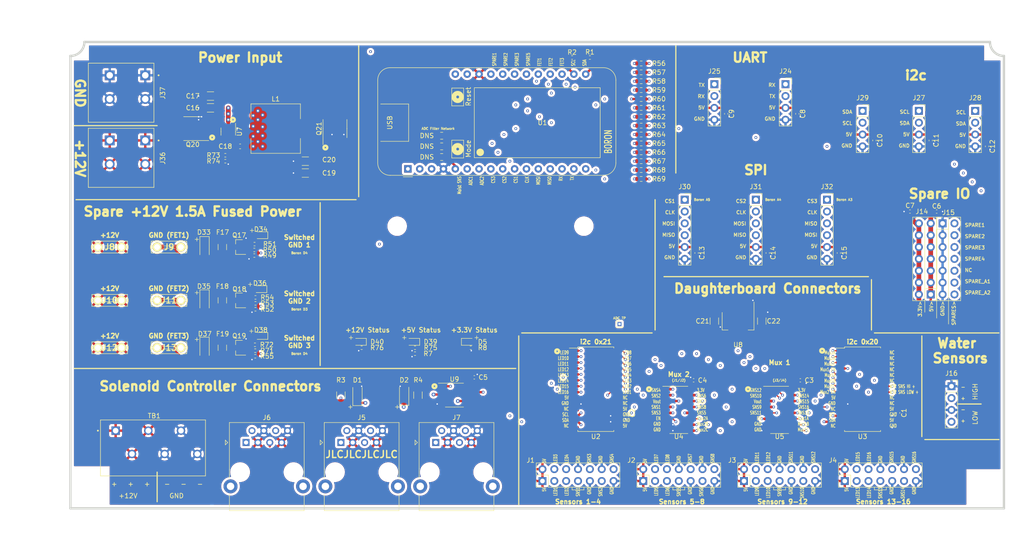
<source format=kicad_pcb>
(kicad_pcb (version 20211014) (generator pcbnew)
  (layers (0 "F.Cu" signal) (1 "In1.Cu" signal) (2 "In2.Cu" signal) (31 "B.Cu" signal) (34 "B.Paste" user) (35 "F.Paste" user) (36 "B.SilkS" user "B.Silkscreen") (37 "F.SilkS" user "F.Silkscreen") (38 "B.Mask" user) (39 "F.Mask" user) (44 "Edge.Cuts" user))
  (net 0 "")
  (net 1 "GND")
  (net 2 "+5V")
  (net 3 "+3.3VA")
  (net 4 "Net-(C16-Pad1)")
  (net 5 "Net-(C18-Pad1)")
  (net 6 "Net-(C18-Pad2)")
  (net 7 "Net-(C19-Pad1)")
  (net 8 "Net-(D33-Pad2)")
  (net 9 "Net-(D34-Pad1)")
  (net 10 "Net-(D35-Pad2)")
  (net 11 "Net-(D36-Pad1)")
  (net 12 "Net-(D37-Pad2)")
  (net 13 "Net-(D38-Pad1)")
  (net 14 "Net-(D39-Pad1)")
  (net 15 "+12V")
  (net 16 "Net-(D40-Pad1)")
  (net 17 "LED5_1xA4")
  (net 18 "LED8_1xA7")
  (net 19 "SENSOR5")
  (net 20 "SENSOR7")
  (net 21 "SENSOR6")
  (net 22 "SENSOR8")
  (net 23 "SENSOR12")
  (net 24 "SENSOR10")
  (net 25 "SENSOR11")
  (net 26 "SENSOR9")
  (net 27 "LED12_1xB3")
  (net 28 "LED9_1xB0")
  (net 29 "SENSOR16")
  (net 30 "SENSOR14")
  (net 31 "SENSOR15")
  (net 32 "SENSOR13")
  (net 33 "LED16_1xB7")
  (net 34 "LED13_1xB4")
  (net 35 "LED1_1xA0")
  (net 36 "LED4_1xA3")
  (net 37 "SENSOR1")
  (net 38 "SENSOR3")
  (net 39 "SENSOR2")
  (net 40 "SENSOR4")
  (net 41 "SPARE_ANALOG2")
  (net 42 "SPARE_ANALOG1")
  (net 43 "SPARE5_ESD")
  (net 44 "SPARE4_ESD")
  (net 45 "SPARE3_ESD")
  (net 46 "SPARE2_ESD")
  (net 47 "SPARE1_ESD")
  (net 48 "UART_RX_ESD")
  (net 49 "UART_TX_ESD")
  (net 50 "SDA_ESD")
  (net 51 "SCL_ESD")
  (net 52 "MISO_ESD")
  (net 53 "MOSI_ESD")
  (net 54 "CLK_ESD")
  (net 55 "CS2_ESD")
  (net 56 "CS3_ESD")
  (net 57 "Net-(Q17-Pad1)")
  (net 58 "Net-(Q18-Pad1)")
  (net 59 "Net-(Q19-Pad1)")
  (net 60 "Net-(Q21-Pad5)")
  (net 61 "Net-(Q21-Pad6)")
  (net 62 "I2C_SDA")
  (net 63 "I2C_SCL")
  (net 64 "SPARE_FET1")
  (net 65 "SPARE_FET2")
  (net 66 "SPARE_FET3")
  (net 67 "UART_RX")
  (net 68 "UART_TX")
  (net 69 "SPI_CLK")
  (net 70 "SPI_MOSI")
  (net 71 "SPI_MISO")
  (net 72 "SPI_CS2")
  (net 73 "SPI_CS3")
  (net 74 "SPARE1")
  (net 75 "SPARE2")
  (net 76 "SPARE3")
  (net 77 "SPARE4")
  (net 78 "Net-(R73-Pad1)")
  (net 79 "Net-(U1-Pad27)")
  (net 80 "Net-(U1-Pad11)")
  (net 81 "MoistureSensor_ADC")
  (net 82 "Net-(U1-Pad12)")
  (net 83 "Net-(U1-Pad10)")
  (net 84 "Net-(U1-Pad26)")
  (net 85 "Net-(U1-Pad25)")
  (net 86 "LED10_1xB1")
  (net 87 "LED11_1xB2")
  (net 88 "LED14_1xB5")
  (net 89 "LED15_1xB6")
  (net 90 "Net-(U2-Pad11)")
  (net 91 "Net-(U2-Pad14)")
  (net 92 "Net-(U2-Pad19)")
  (net 93 "Net-(U2-Pad20)")
  (net 94 "LED2_1xA1")
  (net 95 "LED3_1xA2")
  (net 96 "LED6_1xA5")
  (net 97 "LED7_1xA6")
  (net 98 "Net-(U3-Pad20)")
  (net 99 "Net-(U3-Pad19)")
  (net 100 "Net-(U3-Pad14)")
  (net 101 "Net-(U3-Pad11)")
  (net 102 "Net-(D5-Pad1)")
  (net 103 "dI2C_SCL")
  (net 104 "dI2C_SDA")
  (net 105 "CS1_ESD")
  (net 106 "SPI_CS1")
  (net 107 "Net-(U3-Pad28)")
  (net 108 "Net-(U3-Pad27)")
  (net 109 "Net-(U3-Pad26)")
  (net 110 "Net-(U3-Pad25)")
  (net 111 "Net-(U3-Pad24)")
  (net 112 "Net-(U3-Pad23)")
  (net 113 "WaterSensorHIGH_2xA1")
  (net 114 "WaterSensorLOW_2xA0")
  (net 115 "Mux2INH_2xB7")
  (net 116 "Mux1C_2xB6")
  (net 117 "Mux1B_2xB5")
  (net 118 "Mux1A_2xB4")
  (net 119 "Mux1INH_2xB3")
  (net 120 "Mux2C_2xB2")
  (net 121 "Mux2B_2xB1")
  (net 122 "Mux2A_2xB0")
  (net 123 "Net-(F17-Pad1)")
  (net 124 "Net-(F18-Pad1)")
  (net 125 "Net-(F19-Pad1)")
  (footprint "Capacitor_SMD:C_0402_1005Metric" (layer "F.Cu") (at 227.33 129.54 90)
    (fp_text reference "C1")
    (fp_text value ".1uF")
  )
  (footprint "Capacitor_SMD:C_0402_1005Metric" (layer "F.Cu") (at 169.168536 129.541522 90)
    (fp_text reference "C2")
    (fp_text value ".1uF")
  )
  (footprint "Capacitor_SMD:C_0402_1005Metric" (layer "F.Cu") (at 206.375 122.555 180)
    (fp_text reference "C3")
    (fp_text value ".1uF")
  )
  (footprint "Capacitor_SMD:C_0402_1005Metric" (layer "F.Cu") (at 183.515 122.555)
    (fp_text reference "C4")
    (fp_text value ".1uF")
  )
  (footprint "Capacitor_SMD:C_0402_1005Metric" (layer "F.Cu") (at 136.525 121.92 180)
    (fp_text reference "C5")
    (fp_text value ".1uF")
  )
  (footprint "Capacitor_SMD:C_0402_1005Metric" (layer "F.Cu") (at 235.585 86.36)
    (fp_text reference "C6")
    (fp_text value ".1uF")
  )
  (footprint "Capacitor_SMD:C_0402_1005Metric" (layer "F.Cu") (at 229.87 86.36 180)
    (fp_text reference "C7")
    (fp_text value ".1uF")
  )
  (footprint "Capacitor_SMD:C_0402_1005Metric" (layer "F.Cu") (at 205.74 65.405 -90)
    (fp_text reference "C8")
    (fp_text value ".1uF")
  )
  (footprint "Capacitor_SMD:C_0402_1005Metric" (layer "F.Cu") (at 190.5 65.405 -90)
    (fp_text reference "C9")
    (fp_text value ".1uF")
  )
  (footprint "Capacitor_SMD:C_0402_1005Metric" (layer "F.Cu") (at 222.25 71.12 -90)
    (fp_text reference "C10")
    (fp_text value ".1uF")
  )
  (footprint "Capacitor_SMD:C_0402_1005Metric" (layer "F.Cu") (at 234.315 71.12 -90)
    (fp_text reference "C11")
    (fp_text value ".1uF")
  )
  (footprint "Capacitor_SMD:C_0402_1005Metric" (layer "F.Cu") (at 246.38 72.39 -90)
    (fp_text reference "C12")
    (fp_text value ".1uF")
  )
  (footprint "Capacitor_SMD:C_0402_1005Metric" (layer "F.Cu") (at 184.15 95.25 -90)
    (fp_text reference "C13")
    (fp_text value ".1uF")
  )
  (footprint "Capacitor_SMD:C_0402_1005Metric" (layer "F.Cu") (at 199.39 95.25 -90)
    (fp_text reference "C14")
    (fp_text value ".1uF")
  )
  (footprint "Capacitor_SMD:C_0402_1005Metric" (layer "F.Cu") (at 214.63 95.25 -90)
    (fp_text reference "C15")
    (fp_text value ".1uF")
  )
  (footprint "Capacitor_SMD:C_1206_3216Metric" (layer "F.Cu") (at 80.01 64.135 180)
    (fp_text reference "C16")
    (fp_text value "10uF")
  )
  (footprint "Capacitor_SMD:C_1206_3216Metric" (layer "F.Cu") (at 80.01 61.595 180)
    (fp_text reference "C17")
    (fp_text value "10uF")
  )
  (footprint "Capacitor_SMD:C_0603_1608Metric" (layer "F.Cu") (at 86.36 72.39 180)
    (fp_text reference "C18")
    (fp_text value "100nF")
  )
  (footprint "Capacitor_SMD:C_1206_3216Metric" (layer "F.Cu") (at 100.33 78.105 180)
    (fp_text reference "C19")
    (fp_text value "22uF")
  )
  (footprint "Capacitor_SMD:C_1206_3216Metric" (layer "F.Cu") (at 100.33 75.565 180)
    (fp_text reference "C20")
    (fp_text value "22uF")
  )
  (footprint "Capacitor_SMD:C_1206_3216Metric" (layer "F.Cu") (at 187.96 109.855 -90)
    (fp_text reference "C21")
    (fp_text value "10uF")
  )
  (footprint "Capacitor_SMD:C_1206_3216Metric" (layer "F.Cu") (at 198.12 109.855 90)
    (fp_text reference "C22")
    (fp_text value "22uF")
  )
  (footprint "LED_SMD:LED_0603_1608Metric" (layer "F.Cu") (at 90.805 91.44 180)
    (fp_text reference "D34")
    (fp_text value "LED_Green_indicator")
  )
  (footprint "LED_SMD:LED_0603_1608Metric" (layer "F.Cu") (at 90.6 103 180)
    (fp_text reference "D36")
    (fp_text value "LED_Green_indicator")
  )
  (footprint "LED_SMD:LED_0603_1608Metric" (layer "F.Cu") (at 90.805 113.03 180)
    (fp_text reference "D38")
    (fp_text value "LED_Green_indicator")
  )
  (footprint "LED_SMD:LED_0603_1608Metric" (layer "F.Cu") (at 123.3425 114.3 180)
    (fp_text reference "D39")
    (fp_text value "LED_Red_power")
  )
  (footprint "LED_SMD:LED_0603_1608Metric" (layer "F.Cu") (at 111.9125 114.3 180)
    (fp_text reference "D40")
    (fp_text value "LED_Red_power")
  )
  (footprint "Fuse:Fuse_1206_3216Metric" (layer "F.Cu") (at 82.55 93.98 90)
    (fp_text reference "F17")
    (fp_text value "1A")
  )
  (footprint "Fuse:Fuse_1206_3216Metric" (layer "F.Cu") (at 82.55 105.41 90)
    (fp_text reference "F18")
    (fp_text value "1A")
  )
  (footprint "Fuse:Fuse_1206_3216Metric" (layer "F.Cu") (at 82.55 115.57 90)
    (fp_text reference "F19")
    (fp_text value "1A")
  )
  (footprint "Connector_PinHeader_2.54mm:PinHeader_2x07_P2.54mm_Vertical" (layer "F.Cu") (at 172.72 144.145 90)
    (fp_text reference "J2")
    (fp_text value "Conn_02x07_Odd_Even")
  )
  (footprint "Connector_PinHeader_2.54mm:PinHeader_2x07_P2.54mm_Vertical" (layer "F.Cu") (at 194.31 144.145 90)
    (fp_text reference "J3")
    (fp_text value "Conn_02x07_Odd_Even")
  )
  (footprint "Connector_PinHeader_2.54mm:PinHeader_2x07_P2.54mm_Vertical" (layer "F.Cu") (at 215.9 144.145 90)
    (fp_text reference "J4")
    (fp_text value "Conn_02x07_Odd_Even")
  )
  (footprint "Connector_PinHeader_2.54mm:PinHeader_2x07_P2.54mm_Vertical" (layer "F.Cu") (at 151.13 144.145 90)
    (fp_text reference "J1")
    (fp_text value "Conn_02x07_Odd_Even")
  )
  (footprint "Connector_RJ:RJ45_Ninigi_GE" (layer "F.Cu") (at 107.95 135.89)
    (fp_text reference "J5")
    (fp_text value "RJ45")
  )
  (footprint "Connector_RJ:RJ45_Ninigi_GE" (layer "F.Cu") (at 87.63 135.89)
    (fp_text reference "J6")
    (fp_text value "RJ45")
  )
  (footprint "Connector_RJ:RJ45_Ninigi_GE" (layer "F.Cu") (at 128.27 135.89)
    (fp_text reference "J7")
    (fp_text value "RJ45")
  )
  (footprint "1287_with3D:1287" (layer "F.Cu") (at 58.42 93.98)
    (fp_text reference "J8")
    (fp_text value "Conn_01x01_Male" hide)
  )
  (footprint "1287_with3D:1287" (layer "F.Cu") (at 71.12 93.98)
    (fp_text reference "J9")
    (fp_text value "Conn_01x01_Male" hide)
  )
  (footprint "1287_with3D:1287" (layer "F.Cu") (at 58.42 105.41)
    (fp_text reference "J10")
    (fp_text value "Conn_01x01_Male" hide)
  )
  (footprint "1287_with3D:1287" (layer "F.Cu") (at 71.12 105.41)
    (fp_text reference "J11")
    (fp_text value "Conn_01x01_Male" hide)
  )
  (footprint "1287_with3D:1287" (layer "F.Cu") (at 58.42 115.57)
    (fp_text reference "J12")
    (fp_text value "Conn_01x01_Male" hide)
  )
  (footprint "1287_with3D:1287" (layer "F.Cu") (at 71.12 115.57 180)
    (fp_text reference "J13")
    (fp_text value "Conn_01x01_Male" hide)
  )
  (footprint "Connector_PinHeader_2.54mm:PinHeader_2x07_P2.54mm_Vertical" (layer "F.Cu") (at 234.315 104.14 180)
    (fp_text reference "J14")
    (fp_text value "Conn_02x07_Odd_Even")
  )
  (footprint "Connector_PinHeader_2.54mm:PinHeader_2x07_P2.54mm_Vertical" (layer "F.Cu") (at 236.855 88.9)
    (fp_text reference "J15")
    (fp_text value "Conn_02x07_Odd_Even")
  )
  (footprint "Connector_PinSocket_2.54mm:PinSocket_1x04_P2.54mm_Vertical" (layer "F.Cu") (at 203.2 59.055)
    (fp_text reference "J24")
    (fp_text value "Header_01x04_Female")
  )
  (footprint "Connector_PinSocket_2.54mm:PinSocket_1x04_P2.54mm_Vertical" (layer "F.Cu") (at 187.96 59.055)
    (fp_text reference "J25")
    (fp_text value "Header_01x04_Female")
  )
  (footprint "Connector_PinSocket_2.54mm:PinSocket_1x04_P2.54mm_Vertical" (layer "F.Cu") (at 231.775 64.77)
    (fp_text reference "J27")
    (fp_text value "Header_01x04_Female")
  )
  (footprint "Connector_PinSocket_2.54mm:PinSocket_1x04_P2.54mm_Vertical" (layer "F.Cu") (at 243.84 64.77)
    (fp_text reference "J28")
    (fp_text value "Header_01x04_Female")
  )
  (footprint "Connector_PinSocket_2.54mm:PinSocket_1x04_P2.54mm_Vertical" (layer "F.Cu") (at 219.71 64.77)
    (fp_text reference "J29")
    (fp_text value "Header_01x04_Female")
  )
  (footprint "Connector_PinSocket_2.54mm:PinSocket_1x06_P2.54mm_Vertical" (layer "F.Cu") (at 181.61 83.82)
    (fp_text reference "J30")
    (fp_text value "Header_01x06_Female")
  )
  (footprint "Connector_PinSocket_2.54mm:PinSocket_1x06_P2.54mm_Vertical" (layer "F.Cu") (at 196.85 83.82)
    (fp_text reference "J31")
    (fp_text value "Header_01x06_Female")
  )
  (footprint "Connector_PinSocket_2.54mm:PinSocket_1x06_P2.54mm_Vertical" (layer "F.Cu") (at 212.09 83.82)
    (fp_text reference "J32")
    (fp_text value "Header_01x06_Female")
  )
  (footprint "TBL004-508-02BE-2GY:CUI_TBL004-508-02BE-2GY" (layer "F.Cu") (at 66.04 71.12 -90)
    (fp_text reference "J36")
    (fp_text value "Screw_Terminal_01x02")
  )
  (footprint "TBL004-508-02BE-2GY:CUI_TBL004-508-02BE-2GY" (layer "F.Cu") (at 66.04 57.15 -90)
    (fp_text reference "J37")
    (fp_text value "Screw_Terminal_01x02")
  )
  (footprint "Inductor_SMD:L_10.4x10.4_H4.8" (layer "F.Cu") (at 93.98 68.58)
    (fp_text reference "L1")
    (fp_text value "3.3uH")
  )
  (footprint "Package_TO_SOT_SMD:SOT-23" (layer "F.Cu") (at 86.16 93.98 180)
    (fp_text reference "Q17")
    (fp_text value "SI2312CDS-T1-GE3")
  )
  (footprint "Package_TO_SOT_SMD:SOT-23" (layer "F.Cu") (at 86.16 105.41 180)
    (fp_text reference "Q18")
    (fp_text value "SI2312CDS-T1-GE3")
  )
  (footprint "Package_TO_SOT_SMD:SOT-23" (layer "F.Cu") (at 86.16 115.57 180)
    (fp_text reference "Q19")
    (fp_text value "SI2312CDS-T1-GE3")
  )
  (footprint "Package_SO:SOIC-8_3.9x4.9mm_P1.27mm" (layer "F.Cu") (at 76.2 68.58 180)
    (fp_text reference "Q20")
    (fp_text value "PMOS")
  )
  (footprint "Package_SO:SOP-8_3.9x4.9mm_P1.27mm" (layer "F.Cu") (at 106.68 68.58 90)
    (fp_text reference "Q21")
    (fp_text value "Q_Dual_PMOS_S1G1S2G2D2D2D1D1")
  )
  (footprint "Resistor_SMD:R_0402_1005Metric" (layer "F.Cu") (at 161.29 53.34)
    (fp_text reference "R1")
    (fp_text value "2k")
  )
  (footprint "Resistor_SMD:R_0402_1005Metric" (layer "F.Cu") (at 157.48 53.34 180)
    (fp_text reference "R2")
    (fp_text value "2k")
  )
  (footprint "Resistor_SMD:R_1206_3216Metric" (layer "F.Cu") (at 107.95 125.73 -90)
    (fp_text reference "R3")
    (fp_text value "750")
  )
  (footprint "Resistor_SMD:R_1206_3216Metric" (layer "F.Cu") (at 124.46 125.73 -90)
    (fp_text reference "R4")
    (fp_text value "750")
  )
  (footprint "Resistor_SMD:R_0402_1005Metric" (layer "F.Cu") (at 89.4 95.8 180)
    (fp_text reference "R49")
    (fp_text value "1M")
  )
  (footprint "Resistor_SMD:R_0402_1005Metric" (layer "F.Cu") (at 89.4 94.6)
    (fp_text reference "R50")
    (fp_text value "300")
  )
  (footprint "Resistor_SMD:R_0402_1005Metric" (layer "F.Cu") (at 89.445 93.345)
    (fp_text reference "R51")
    (fp_text value "6.8k")
  )
  (footprint "Resistor_SMD:R_0402_1005Metric" (layer "F.Cu") (at 89.645 107.315 180)
    (fp_text reference "R52")
    (fp_text value "1M")
  )
  (footprint "Resistor_SMD:R_0402_1005Metric" (layer "F.Cu") (at 89.645 106.045)
    (fp_text reference "R53")
    (fp_text value "300")
  )
  (footprint "Resistor_SMD:R_0402_1005Metric" (layer "F.Cu") (at 89.645 104.775)
    (fp_text reference "R54")
    (fp_text value "6.8k")
  )
  (footprint "Resistor_SMD:R_0402_1005Metric" (layer "F.Cu") (at 89.6 117.4 180)
    (fp_text reference "R55")
    (fp_text value "1M")
  )
  (footprint "Resistor_SMD:R_0603_1608Metric" (layer "F.Cu") (at 172.275 54.61 180)
    (fp_text reference "R56")
    (fp_text value "100")
  )
  (footprint "Resistor_SMD:R_0603_1608Metric" (layer "F.Cu") (at 172.275 56.515 180)
    (fp_text reference "R57")
    (fp_text value "100")
  )
  (footprint "Resistor_SMD:R_0603_1608Metric" (layer "F.Cu") (at 172.275 58.42 180)
    (fp_text reference "R58")
    (fp_text value "100")
  )
  (footprint "Resistor_SMD:R_0603_1608Metric" (layer "F.Cu") (at 172.275 60.325 180)
    (fp_text reference "R59")
    (fp_text value "100")
  )
  (footprint "Resistor_SMD:R_0603_1608Metric" (layer "F.Cu") (at 172.275 62.23 180)
    (fp_text reference "R60")
    (fp_text value "100")
  )
  (footprint "Resistor_SMD:R_0603_1608Metric" (layer "F.Cu") (at 172.275 64.135 180)
    (fp_text reference "R61")
    (fp_text value "100")
  )
  (footprint "Resistor_SMD:R_0603_1608Metric" (layer "F.Cu") (at 172.275 66.04 180)
    (fp_text reference "R62")
    (fp_text value "100")
  )
  (footprint "Resistor_SMD:R_0603_1608Metric" (layer "F.Cu") (at 172.275 67.945 180)
    (fp_text reference "R63")
    (fp_text value "100")
  )
  (footprint "Resistor_SMD:R_0603_1608Metric" (layer "F.Cu") (at 172.275 69.85 180)
    (fp_text reference "R64")
    (fp_text value "100")
  )
  (footprint "Resistor_SMD:R_0603_1608Metric" (layer "F.Cu") (at 172.275 71.755 180)
    (fp_text reference "R65")
    (fp_text value "100")
  )
  (footprint "Resistor_SMD:R_0603_1608Metric" (layer "F.Cu") (at 172.275 73.66 180)
    (fp_text reference "R66")
    (fp_text value "100")
  )
  (footprint "Resistor_SMD:R_0603_1608Metric" (layer "F.Cu") (at 172.275 75.565 180)
    (fp_text reference "R67")
    (fp_text value "100")
  )
  (footprint "Resistor_SMD:R_0603_1608Metric" (layer "F.Cu") (at 172.275 77.47 180)
    (fp_text reference "R68")
    (fp_text value "100")
  )
  (footprint "Resistor_SMD:R_0603_1608Metric" (layer "F.Cu") (at 172.275 79.375 180)
    (fp_text reference "R69")
    (fp_text value "100")
  )
  (footprint "Resistor_SMD:R_0402_1005Metric" (layer "F.Cu") (at 89.6 116.2)
    (fp_text reference "R71")
    (fp_text value "300")
  )
  (footprint "Resistor_SMD:R_0402_1005Metric" (layer "F.Cu") (at 89.535 114.935)
    (fp_text reference "R72")
    (fp_text value "6.8k")
  )
  (footprint "Resistor_SMD:R_0402_1005Metric" (layer "F.Cu") (at 83.185 74.295)
    (fp_text reference "R73")
    (fp_text value "56.2k")
  )
  (footprint "Resistor_SMD:R_0402_1005Metric" (layer "F.Cu") (at 83.185 75.565 180)
    (fp_text reference "R74")
    (fp_text value "10k")
  )
  (footprint "Resistor_SMD:R_0402_1005Metric" (layer "F.Cu") (at 123.825 115.57)
    (fp_text reference "R75")
    (fp_text value "6.8k")
  )
  (footprint "Resistor_SMD:R_0402_1005Metric" (layer "F.Cu") (at 112.395 115.57)
    (fp_text reference "R76")
    (fp_text value "10k")
  )
  (footprint "TBL002A-350-02GY-2GY:CUI_TBL002A-350-06GY-2GY" (layer "F.Cu") (at 59.69 133.35)
    (fp_text reference "TB1")
    (fp_text value "Screw_Terminal_01x06")
  )
  (footprint "Module:Particle_Boron" (layer "F.Cu") (at 128.905 67.31 90)
    (fp_text reference "U1")
    (fp_text value "Particle")
  )
  (footprint "Package_SO:SOIC-28W_7.5x17.9mm_P1.27mm" (layer "F.Cu") (at 162.56 124.46)
    (fp_text reference "U2")
    (fp_text value "MCP23017")
  )
  (footprint "Package_SO:SOIC-28W_7.5x17.9mm_P1.27mm" (layer "F.Cu") (at 219.71 124.46)
    (fp_text reference "U3")
    (fp_text value "MCP23017")
  )
  (footprint "Package_SO:SOIC-16_3.9x9.9mm_P1.27mm" (layer "F.Cu") (at 180.34 128.905)
    (fp_text reference "U4")
    (fp_text value "SN74LV4051ADR")
  )
  (footprint "Package_SO:SOIC-16_3.9x9.9mm_P1.27mm" (layer "F.Cu") (at 201.93 128.905)
    (fp_text reference "U5")
    (fp_text value "SN74LV4051ADR")
  )
  (footprint "Package_TO_SOT_SMD:SOT-23-6" (layer "F.Cu") (at 83.82 69.215 -90)
    (fp_text reference "U7")
    (fp_text value "TPS563200")
  )
  (footprint "Package_TO_SOT_SMD:SOT-223-3_TabPin2" (layer "F.Cu") (at 193.04 109.855 -90)
    (fp_text reference "U8")
    (fp_text value "AMS1117-3.3")
  )
  (footprint "Package_SO:SOIC-8_3.9x4.9mm_P1.27mm" (layer "F.Cu") (at 132.275001 125.73)
    (fp_text reference "U9")
    (fp_text value "P82B96TD,118")
  )
  (footprint "Connector_PinSocket_2.54mm:PinSocket_1x04_P2.54mm_Vertical" (layer "F.Cu") (at 238.76 123.825)
    (fp_text reference "J16")
    (fp_text value "Header_01x04_Female")
  )
  (footprint "LED_SMD:LED_0603_1608Metric" (layer "F.Cu") (at 135.255 114.3)
    (fp_text reference "D5")
    (fp_text value "LED_Red_power")
  )
  (footprint "Resistor_SMD:R_0402_1005Metric" (layer "F.Cu") (at 123.825 116.84)
    (fp_text reference "R7")
    (fp_text value "6.8k")
  )
  (footprint "Resistor_SMD:R_0402_1005Metric" (layer "F.Cu") (at 135.765 115.57 180)
    (fp_text reference "R8")
    (fp_text value "6.8k")
  )
  (footprint "Diode_SMD:D_SOD-123" (layer "F.Cu") (at 111.5 125.73 90)
    (fp_text reference "D1")
    (fp_text value "SMF12A")
  )
  (footprint "Diode_SMD:D_SOD-123" (layer "F.Cu") (at 121.5 125.681168 90)
    (fp_text reference "D2")
    (fp_text value "SMF12A")
  )
  (footprint "Diode_SMD:D_SOD-123" (layer "F.Cu") (at 78.74 93.98 -90)
    (fp_text reference "D33")
    (fp_text value "SMF12A")
  )
  (footprint "Diode_SMD:D_SOD-123" (layer "F.Cu") (at 78.74 105.41 -90)
    (fp_text reference "D35")
    (fp_text value "SMF12A")
  )
  (footprint "Diode_SMD:D_SOD-123" (layer "F.Cu") (at 78.74 115.57 -90)
    (fp_text reference "D37")
    (fp_text value "SMF12A")
  )
  (footprint "MountingHole:MountingHole_3.2mm_M3_DIN965" (layer "F.Cu") (at 54 146)
    (fp_text reference "REF**")
    (fp_text value "MountingHole_3.2mm_M3_DIN965")
  )
  (footprint "MountingHole:MountingHole_3.2mm_M3_DIN965" (layer "F.Cu") (at 160 89.5)
    (fp_text reference "REF**")
    (fp_text value "MountingHole_3.2mm_M3_DIN965")
  )
  (footprint "MountingHole:MountingHole_3.2mm_M3_DIN965" (layer "F.Cu") (at 246 146 90)
    (fp_text reference "REF**")
    (fp_text value "MountingHole_3.2mm_M3_DIN965")
  )
  (footprint "Capacitor_SMD:C_0805_2012Metric" (layer "F.Cu") (at 129.54 74.676)
    (fp_text reference "DNS")
    (fp_text value "C_0805_2012Metric")
  )
  (footprint "Capacitor_SMD:C_0805_2012Metric" (layer "F.Cu") (at 129.54 70.104)
    (fp_text reference "DNS")
    (fp_text value "C_0805_2012Metric")
  )
  (footprint "Capacitor_SMD:C_0805_2012Metric" (layer "F.Cu") (at 129.54 72.39)
    (fp_text reference "DNS")
    (fp_text value "C_0805_2012Metric")
  )
  (footprint "Connector_PinHeader_1.00mm:PinHeader_1x01_P1.00mm_Vertical" (layer "F.Cu") (at 167.64 110.49)
    (fp_text reference "REF**" hide)
    (fp_text value "PinHeader_1x01_P1.00mm_Vertical")
  )
  (footprint "MountingHole:MountingHole_3.2mm_M3_DIN965" (layer "F.Cu") (at 120 89.5)
    (fp_text reference "REF**")
    (fp_text value "MountingHole_3.2mm_M3_DIN965")
  )
  (gr_line (start 238.125 110.49) (end 238.125 88.9) (layer "F.SilkS") (width 0.12))
  (gr_line (start 103.505 119.38) (end 103.505 84.455) (layer "F.SilkS") (width 0.25))
  (gr_line (start 111.76 83.185) (end 111.76 50.8) (layer "F.SilkS") (width 0.25))
  (gr_line (start 145.415 120.015) (end 50.8 120.015) (layer "F.SilkS") (width 0.25))
  (gr_line (start 146.05 149.225) (end 146.05 113.03) (layer "F.SilkS") (width 0.25))
  (gr_line (start 62.23 92.71) (end 54.61 92.71) (layer "F.SilkS") (width 0.12))
  (gr_line (start 67.31 116.84) (end 74.93 116.84) (layer "F.SilkS") (width 0.12))
  (gr_line (start 67.31 114.3) (end 67.31 116.84) (layer "F.SilkS") (width 0.12))
  (gr_line (start 74.93 114.3) (end 67.31 114.3) (layer "F.SilkS") (width 0.12))
  (gr_line (start 74.93 116.84) (end 74.93 114.3) (layer "F.SilkS") (width 0.12))
  (gr_line (start 220.98 100.33) (end 177.165 100.33) (layer "F.SilkS") (width 0.25))
  (gr_line (start 68.58 67.945) (end 50.8 67.945) (layer "F.SilkS") (width 0.25))
  (gr_line (start 222.25 145.415) (end 222.25 146.05) (layer "F.SilkS") (width 0.12))
  (gr_line (start 222.25 146.05) (end 224.79 146.05) (layer "F.SilkS") (width 0.12))
  (gr_line (start 224.79 146.05) (end 224.79 145.415) (layer "F.SilkS") (width 0.12))
  (gr_line (start 120.396 128.27) (end 119.634 128.27) (layer "F.SilkS") (width 0.12))
  (gr_line (start 120.015 128.651) (end 120.015 127.889) (layer "F.SilkS") (width 0.12))
  (gr_circle (center 211.05221 116.205) (end 211.201 116.205) (layer "F.SilkS") (width 0.5) (fill none))
  (gr_circle (center 173.96821 124.46) (end 174.117 124.46) (layer "F.SilkS") (width 0.5) (fill none))
  (gr_line (start 54.61 106.68) (end 62.23 106.68) (layer "F.SilkS") (width 0.12))
  (gr_circle (center 195.17721 124.46) (end 195.326 124.46) (layer "F.SilkS") (width 0.5) (fill none))
  (gr_line (start 179.705 78.105) (end 179.705 50.8) (layer "F.SilkS") (width 0.25))
  (gr_line (start 67.31 92.71) (end 67.31 95.25) (layer "F.SilkS") (width 0.12))
  (gr_line (start 62.23 106.68) (end 62.23 104.14) (layer "F.SilkS") (width 0.12))
  (gr_line (start 74.93 106.68) (end 74.93 104.14) (layer "F.SilkS") (width 0.12))
  (gr_line (start 54.61 114.3) (end 54.61 116.84) (layer "F.SilkS") (width 0.12))
  (gr_line (start 77.47 92.329) (end 76.708 92.329) (layer "F.SilkS") (width 0.12))
  (gr_line (start 62.23 116.84) (end 62.23 114.3) (layer "F.SilkS") (width 0.12))
  (gr_line (start 77.47 113.792) (end 76.708 113.792) (layer "F.SilkS") (width 0.12))
  (gr_line (start 62.23 95.25) (end 62.23 92.71) (layer "F.SilkS") (width 0.12))
  (gr_line (start 200.66 145.415) (end 200.66 146.05) (layer "F.SilkS") (width 0.12))
  (gr_line (start 88.519 102.362) (end 88.519 101.6) (layer "F.SilkS") (width 0.12))
  (gr_line (start 248.92 112.395) (end 222.25 112.395) (layer "F.SilkS") (width 0.25))
  (gr_circle (center 154.28321 116.332) (end 154.432 116.332) (layer "F.SilkS") (width 0.5) (fill none))
  (gr_line (start 175.26 111.76) (end 175.26 83.82) (layer "F.SilkS") (width 0.25))
  (gr_circle (center 80.36921 70.485) (end 80.518 70.485) (layer "F.SilkS") (width 0.5) (fill none))
  (gr_line (start 179.07 145.415) (end 179.07 146.05) (layer "F.SilkS") (width 0.12))
  (gr_line (start 160.02 146.05) (end 160.02 145.415) (layer "F.SilkS") (width 0.12))
  (gr_line (start 109.982 128.651) (end 109.982 127.889) (layer "F.SilkS") (width 0.12))
  (gr_line (start 233.045 107.95) (end 233.045 88.9) (layer "F.SilkS") (width 0.12))
  (gr_line (start 174.625 112.395) (end 146.685 112.395) (layer "F.SilkS") (width 0.25))
  (gr_line (start 157.48 145.415) (end 157.48 146.05) (layer "F.SilkS") (width 0.12))
  (gr_line (start 157.48 146.05) (end 160.02 146.05) (layer "F.SilkS") (width 0.12))
  (gr_line (start 67.31 106.68) (end 74.93 106.68) (layer "F.SilkS") (width 0.12))
  (gr_line (start 179.07 146.05) (end 181.61 146.05) (layer "F.SilkS") (width 0.12))
  (gr_line (start 51.2 83.82) (end 111.2 83.82) (layer "F.SilkS") (width 0.25))
  (gr_line (start 181.61 146.05) (end 181.61 145.415) (layer "F.SilkS") (width 0.12))
  (gr_line (start 137.033 113.792) (end 137.033 113.03) (layer "F.SilkS") (width 0.12))
  (gr_line (start 221.615 111.76) (end 221.615 100.965) (layer "F.SilkS") (width 0.25))
  (gr_line (start 54.61 104.14) (end 54.61 106.68) (layer "F.SilkS") (width 0.12))
  (gr_line (start 88.773 112.395) (end 88.773 111.633) (layer "F.SilkS") (width 0.12))
  (gr_line (start 68.58 148.59) (end 68.58 142.24) (layer "F.SilkS") (width 0.25))
  (gr_line (start 74.93 92.71) (end 67.31 92.71) (layer "F.SilkS") (width 0.12))
  (gr_line (start 67.31 95.25) (end 74.93 95.25) (layer "F.SilkS") (width 0.12))
  (gr_line (start 232.41 134.62) (end 232.41 113.03) (layer "F.SilkS") (width 0.25))
  (gr_line (start 235.585 109.22) (end 235.585 88.9) (layer "F.SilkS") (width 0.12))
  (gr_line (start 248.92 135.255) (end 233.045 135.255) (layer "F.SilkS") (width 0.25))
  (gr_line (start 110.49 113.411) (end 109.728 113.411) (layer "F.SilkS") (width 0.12))
  (gr_line (start 88.9 90.805) (end 88.9 90.043) (layer "F.SilkS") (width 0.12))
  (gr_line (start 203.2 146.05) (end 203.2 145.415) (layer "F.SilkS") (width 0.12))
  (gr_line (start 62.23 104.14) (end 54.61 104.14) (layer "F.SilkS") (width 0.12))
  (gr_line (start 121.539 113.792) (end 121.539 113.03) (layer "F.SilkS") (width 0.12))
  (gr_line (start 77.089 92.71) (end 77.089 91.948) (layer "F.SilkS") (width 0.12))
  (gr_line (start 121.92 113.411) (end 121.158 113.411) (layer "F.SilkS") (width 0.12))
  (gr_line (start 110.363 128.27) (end 109.601 128.27) (layer "F.SilkS") (width 0.12))
  (gr_line (start 77.089 104.14) (end 77.089 103.378) (layer "F.SilkS") (width 0.12))
  (gr_line (start 74.93 104.14) (end 67.31 104.14) (layer "F.SilkS") (width 0.12))
  (gr_circle (center 104.62621 72.644) (end 104.775 72.644) (layer "F.SilkS") (width 0.5) (fill none))
  (gr_line (start 77.47 103.759) (end 76.708 103.759) (layer "F.SilkS") (width 0.12))
  (gr_line (start 89.281 90.424) (end 88.519 90.424) (layer "F.SilkS") (width 0.12))
  (gr_circle (center 84.81421 66.675) (end 84.963 66.675) (layer "F.SilkS") (width 0.5) (fill none))
  (gr_line (start 74.93 95.25) (end 74.93 92.71) (layer "F.SilkS") (width 0.12))
  (gr_line (start 54.61 116.84) (end 62.23 116.84) (layer "F.SilkS") (width 0.12))
  (gr_line (start 54.61 95.25) (end 62.23 95.25) (layer "F.SilkS") (width 0.12))
  (gr_line (start 67.31 104.14) (end 67.31 106.68) (layer "F.SilkS") (width 0.12))
  (gr_line (start 54.61 92.71) (end 54.61 95.25) (layer "F.SilkS") (width 0.12))
  (gr_line (start 77.089 114.173) (end 77.089 113.411) (layer "F.SilkS") (width 0.12))
  (gr_line (start 110.109 113.792) (end 110.109 113.03) (layer "F.SilkS") (width 0.12))
  (gr_circle (center 127.99421 123.825) (end 128.143 123.825) (layer "F.SilkS") (width 0.5) (fill none))
  (gr_line (start 137.414 113.411) (end 136.652 113.411) (layer "F.SilkS") (width 0.12))
  (gr_line (start 89.154 112.014) (end 88.392 112.014) (layer "F.SilkS") (width 0.12))
  (gr_line (start 200.66 146.05) (end 203.2 146.05) (layer "F.SilkS") (width 0.12))
  (gr_line (start 240.03 127.635) (end 245.11 127.635) (layer "F.SilkS") (width 0.25))
  (gr_line (start 88.9 101.981) (end 88.138 101.981) (layer "F.SilkS") (width 0.12))
  (gr_line (start 62.23 114.3) (end 54.61 114.3) (layer "F.SilkS") (width 0.12))
  (gr_line (start 250 150) (end 50 150) (layer "Edge.Cuts") (width 0.5))
  (gr_line (start 250 150) (end 250 53) (layer "Edge.Cuts") (width 0.5))
  (gr_line (start 53 50) (end 247 50) (layer "Edge.Cuts") (width 0.5))
  (gr_arc (start 53 50) (mid 52.12132 52.12132) (end 50 53) (layer "Edge.Cuts") (width 0.5))
  (gr_arc (start 250 53) (mid 247.87868 52.12132) (end 247 50) (layer "Edge.Cuts") (width 0.5))
  (gr_line (start 50 53) (end 50 150) (layer "Edge.Cuts") (width 0.5))
  (gr_text "+3.3V Status" (at 136.525 111.76) (layer "F.SilkS") (effects (font (size 1 1) (thickness 0.1875))))
  (gr_text "i2c" (at 231.14 57.15) (layer "F.SilkS") (effects (font (size 2 2) (thickness 0.5))))
  (gr_text "RX\n\nTX\n\n5V\n\nGND" (at 201.119686 62.857899) (layer "F.SilkS") (effects (font (size 0.75 0.75)) (justify right)))
  (gr_text "SDA\n\nSCL\n\n5V\n\nGND" (at 217.587003 68.627372) (layer "F.SilkS") (effects (font (size 0.75 0.75)) (justify right)))
  (gr_text "SCL\n\nSDA\n\n5V\n\nGND" (at 229.87 68.627372) (layer "F.SilkS") (effects (font (size 0.75 0.75)) (justify right)))
  (gr_text "SCL\n\nSDA\n\n5V\n\nGND" (at 241.925629 68.726888) (layer "F.SilkS") (effects (font (size 0.75 0.75)) (justify right)))
  (gr_text "CS1\n\nCLK\n\nMOSI\n\nMISO\n\n5V\n\nGND" (at 179.627492 90.17) (layer "F.SilkS") (effects (font (size 0.75 0.75)) (justify right)))
  (gr_text "CS3\n\nCLK\n\nMISO\n\nMOSI\n\n5V\n\nGND" (at 210.107492 90.17) (layer "F.SilkS") (effects (font (size 0.75 0.75)) (justify right)))
  (gr_text "SPI" (at 196.85 77.47) (layer "F.SilkS") (effects (font (size 2 2) (thickness 0.5))))
  (gr_text "SPARE1\n\nSPARE2\n\nSPARE3\n\nSPARE4\n\nNC\n\nSPARE_A1\n\nSPARE_A2" (at 241.544043 96.52) (layer "F.SilkS") (effects (font (size 0.75 0.75)) (justify left)))
  (gr_text "Spare IO" (at 236.22 82.55) (layer "F.SilkS") (effects (font (size 2 2) (thickness 0.5))))
  (gr_text "3.3V>\n\n5V>\n\nGND>\n\nSPARES>" (at 235.645 105.47 90) (layer "F.SilkS") (effects (font (size 0.75 0.75)) (justify right)))
  (gr_text "Water \nSensors" (at 240.665 116.205) (layer "F.SilkS") (effects (font (size 2 2) (thickness 0.5))))
  (gr_text "-\n\n+\n\n-\n\n+" (at 241.812539 127.616753) (layer "F.SilkS") (effects (font (size 0.75 0.75)) (justify right)))
  (gr_text "+   +   +    -   -   -" (at 68.58 144.78) (layer "F.SilkS") (effects (font (size 1 1))))
  (gr_text "Solenoid Controller Connectors" (at 80.01 123.825) (layer "F.SilkS") (effects (font (size 2 2) (thickness 0.5))))
  (gr_text "Spare +12V 1.5A Fused Power" (at 76.2 86.36) (layer "F.SilkS") (effects (font (size 2 2) (thickness 0.5))))
  (gr_text "Power Input" (at 86.36 53.34) (layer "F.SilkS") (effects (font (size 2 2) (thickness 0.5))))
  (gr_text "Switched\nGND 1" (at 99.06 92.71) (layer "F.SilkS") (effects (font (size 1 1) (thickness 0.25))))
  (gr_text "Boron D4" (at 99.06 116.84) (layer "F.SilkS") (effects (font (size 0.5 0.5) (thickness 0.125))))
  (gr_text "+12V" (at 58.42 91.44) (layer "F.SilkS") (effects (font (size 1 1) (thickness 0.25))))
  (gr_text "GND (FET3)" (at 71.12 113.03) (layer "F.SilkS") (effects (font (size 1 1) (thickness 0.25))))
  (gr_text "GND (FET1)" (at 71.12 91.44) (layer "F.SilkS") (effects (font (size 1 1) (thickness 0.25))))
  (gr_text "Daughterboard Connectors" (at 199.39 102.87) (layer "F.SilkS") (effects (font (size 2 2) (thickness 0.5))))
  (gr_text "+12V" (at 52.07 74.93 270) (layer "F.SilkS") (effects (font (size 2 2) (thickness 0.5))))
  (gr_text "GND" (at 52.07 60.96 270) (layer "F.SilkS") (effects (font (size 2 2) (thickness 0.5))))
  (gr_text "Mux 2" (at 180.34 121.285) (layer "F.SilkS") (effects (font (size 1 1) (thickness 0.25))))
  (gr_text "Mux 1" (at 201.93 118.745) (layer "F.SilkS") (effects (font (size 1 1) (thickness 0.25))))
  (gr_text "(J1/J2)" (at 180.34 122.555) (layer "F.SilkS") (effects (font (size 0.5 0.5) (thickness 0.125))))
  (gr_text "(J3/J4)" (at 201.93 122.555) (layer "F.SilkS") (effects (font (size 0.5 0.5) (thickness 0.125))))
  (gr_text "Sensors 1-4" (at 158.75 148.59) (layer "F.SilkS") (effects (font (size 1 1) (thickness 0.25))))
  (gr_text "Sensors 13-16" (at 224.155 148.59) (layer "F.SilkS") (effects (font (size 1 1) (thickness 0.25))))
  (gr_text "5V\n\nLED3\n\nLED4\n\nGND\n\nSNS3\n\nGND\n\nSNS4" (at 158.75 140.335 90) (layer "F.SilkS") (effects (font (size 0.75 0.5) (thickness 0.125)) (justify left)))
  (gr_text "5V\n\nLED15\n\nLED16\n\nGND\n\nSNS15\n\nGND\n\nSNS16" (at 223.52 140.335 90) (layer "F.SilkS") (effects (font (size 0.75 0.5) (thickness 0.125)) (justify left)))
  (gr_text "5V\n\nLED1\n\nLED2\n\nSNS1\n\nGND\n\nSNS2\n\nGND" (at 158.75 145.415 90) (layer "F.SilkS") (effects (font (size 0.75 0.5) (thickness 0.125)) (justify right)))
  (gr_text "5V\n\nLED13\n\nLED14\n\nSNS13\n\nGND\n\nSNS14\n\nGND" (at 223.52 145.415 90) (layer "F.SilkS") (effects (font (size 0.75 0.5) (thickness 0.125)) (justify right)))
  (gr_text "5V\n\nLED5\n\nLED6\n\nSNS5\n\nGND\n\nSNS6\n\nGND" (at 180.34 145.415 90) (layer "F.SilkS") (effects (font (size 0.75 0.5) (thickness 0.125)) (justify right)))
  (gr_text "5V\n\nLED9\n\nLED10\n\nSNS9\n\nGND\n\nSNS10\n\nGND" (at 201.93 145.415 90) (layer "F.SilkS") (effects (font (size 0.75 0.5) (thickness 0.125)) (justify right)))
  (gr_text "ADC TP" (at 167.64 109.22) (layer "F.SilkS") (effects (font (size 0.5 0.5) (thickness 0.125))))
  (gr_text "i2c 0x20" (at 219.71 114.3) (layer "F.SilkS") (effects (font (size 1 1) (thickness 0.25))))
  (gr_text "3.3V\nSNS6\nSNS7\nSNS8\nSNS5\nMux2A\nMux2B\nMux2C" (at 184.15 128.905) (layer "F.SilkS") (effects (font (size 0.75 0.5) (thickness 0.125)) (justify left)))
  (gr_text "SNS12\nSNS10\nVout\nSNS9\nSNS11\nEN\nGND\nGND" (at 198.12 128.905) (layer "F.SilkS") (effects (font (size 0.75 0.5) (thickness 0.125)) (justify right)))
  (gr_text "3.3V\nSNS14\nSNS15\nSNS16\nSNS13\nMux1A\nMux1B\nMux1C" (at 205.74 128.905) (layer "F.SilkS") (effects (font (size 0.75 0.5) (thickness 0.125)) (justify left)))
  (gr_text "LED9\nLED10\nLED11\nLED12\nLED13\nLED14\nLED15\nLED16\n5V\nGND\nNC\nSCL\nSDA\nNC" (at 156.845 124.46) (layer "F.SilkS") (effects (font (size 0.75 0.5) (thickness 0.125)) (justify right)))
  (gr_text "LED8\nLED7\nLED6\nLED5\nLED4\nLED3\nLED2\nLED1\nNC\nNC\n5V\nGND\nGND\n5V" (at 168.275 124.46) (layer "F.SilkS") (effects (font (size 0.75 0.5) (thickness 0.125)) (justify left)))
  (gr_text "Mux2A\nMux2B\nMux2C\nMux1 EN\nMux1A\nMux1B\nMux1C\nMux2 EN\n5V\nGND\nNC\nSCL\nSDA\nNC" (at 213.995 124.46) (layer "F.SilkS") (effects (font (size 0.75 0.5) (thickness 0.125)) (justify right)))
  (gr_text "NC\nNC\nNC\nNC\nNC\nNC\nWTR SNS HI +\nWTR SNS LOW +\nNC\nNC\n5V\nGND\n5V\nGND" (at 225.425 124.46) (layer "F.SilkS") (effects (font (size 0.75 0.5) (thickness 0.125)) (justify left)))
  (gr_text "Boron A5" (at 183.515 83.82) (layer "F.SilkS") (effects (font (size 0.5 0.5) (thickness 0.125)) (justify left)))
  (gr_text "Boron A3" (at 213.995 83.82) (layer "F.SilkS") (effects (font (size 0.5 0.5) (thickness 0.125)) (justify left)))
  (gr_text "SPARE1\n\nSPARE2\n\nSPARE3\n\nSPARE5\n\nFET1\n\nFET2\n\nFET3\n\nSCL\n\nSDA" (at 150.495 55.245 90) (layer "F.SilkS") (effects (font (size 0.75 0.5) (thickness 0.125)) (justify left)))
  (gr_text "i2c 0x21" (at 162.56 114.3) (layer "F.SilkS") (effects (font (size 1 1) (thickness 0.25))))
  (gr_text "Sensors 9-12" (at 202.565 148.59) (layer "F.SilkS") (effects (font (size 1 1) (thickness 0.25))))
  (gr_text "Switched\nGND 2" (at 99.06 104.775) (layer "F.SilkS") (effects (font (size 1 1) (thickness 0.25))))
  (gr_text "Boron A4" (at 198.755 83.82) (layer "F.SilkS") (effects (font (size 0.5 0.5) (thickness 0.125)) (justify left)))
  (gr_text "CS2\n\nCLK\n\nMOSI\n\nMISO\n\n5V\n\nGND" (at 194.867492 90.17) (layer "F.SilkS") (effects (font (size 0.75 0.75)) (justify right)))
  (gr_text "Boron D4" (at 99.06 95.25) (layer "F.SilkS") (effects (font (size 0.5 0.5) (thickness 0.125))))
  (gr_text "+12V" (at 58.42 102.87) (layer "F.SilkS") (effects (font (size 1 1) (thickness 0.25))))
  (gr_text "+12V" (at 58.42 113.03) (layer "F.SilkS") (effects (font (size 1 1) (thickness 0.25))))
  (gr_text "+12V         GND" (at 67.31 147.32) (layer "F.SilkS") (effects (font (size 1 1))))
  (gr_text "Moist SNS\n\nADC1\n\nADC2\n\nCS3\n\nCS2\n\nCS1\n\nCLK\n\nMOSI\n\nMISO\n\nRX\n\nTX" (at 145.415 78.74 90) (layer "F.SilkS") (effects (font (size 0.75 0.5) (thickness 0.125)) (justify right)))
  (gr_text "LOW   HIGH" (at 243.84 127.635 90) (layer "F.SilkS") (effects (font (size 1 1))))
  (gr_text "Boron D3" (at 99.06 107.315) (layer "F.SilkS") (effects (font (size 0.5 0.5) (thickness 0.125))))
  (gr_text "5V\n\nLED11\n\nLED12\n\nGND\n\nSNS11\n\nGND\n\nSNS12" (at 201.93 140.335 90) (layer "F.SilkS") (effects (font (size 0.75 0.5) (thickness 0.125)) (justify left)))
  (gr_text "SNS4\nSNS2\nVout\nSNS1\nSNS3\nEN\nGND\nGND" (at 176.53 128.905) (layer "F.SilkS") (effects (font (size 0.75 0.5) (thickness 0.125)) (justify right)))
  (gr_text "GND (FET2)" (at 71.12 102.87) (layer "F.SilkS") (effects (font (size 1 1) (thickness 0.25))))
  (gr_text "Sensors 5-8" (at 180.975 148.59) (layer "F.SilkS") (effects (font (size 1 1) (thickness 0.25))))
  (gr_text "TX\n\nRX\n\n5V\n\nGND" (at 185.976734 62.8721) (layer "F.SilkS") (effects (font (size 0.75 0.75)) (justify right)))
  (gr_text "+5V Status" (at 125.095 111.76) (layer "F.SilkS") (effects (font (size 1 1) (thickness 0.1875))))
  (gr_text "JLCJLCJLCJLC" (at 112.395 138.43) (layer "F.SilkS") (effects (font (size 1.5 1.5) (thickness 0.3))))
  (gr_text "ADC FIlter Network" (at 128.778 68.58) (layer "F.SilkS") (effects (font (size 0.5 0.5) (thickness 0.125))))
  (gr_text "Switched\nGND 3" (at 99.06 114.3) (layer "F.SilkS") (effects (font (size 1 1) (thickness 0.25))))
  (gr_text "UART" (at 195.58 53.34) (layer "F.SilkS") (effects (font (size 2 2) (thickness 0.5))))
  (gr_text "+12V Status" (at 113.665 111.76) (layer "F.SilkS") (effects (font (size 1 1) (thickness 0.1875))))
  (gr_text "5V\n\nLED7\n\nLED8\n\nGND\n\nSNS7\n\nGND\n\nSNS8" (at 180.34 140.335 90) (layer "F.SilkS") (effects (font (size 0.75 0.5) (thickness 0.125)) (justify left)))
  (segment (start 128.778 69.596) (end 128.59 69.784) (width 0.5) (layer "F.Cu") (net 1))
  (segment (start 207.49 123.19) (end 206.855 122.555) (width 0.5) (layer "F.Cu") (net 1))
  (segment (start 78.675 66.61) (end 78.105 66.04) (width 0.5) (layer "F.Cu") (net 1))
  (segment (start 88.89 95.8) (end 88.89 95.895) (width 0.5) (layer "F.Cu") (net 1))
  (segment (start 222.73 71.6) (end 222.885 71.755) (width 0.5) (layer "F.Cu") (net 1))
  (segment (start 108.585 71.205) (end 108.585 69.85) (width 0.5) (layer "F.Cu") (net 1))
  (segment (start 167.21 130.175) (end 165.735 130.175) (width 0.5) (layer "F.Cu") (net 1))
  (segment (start 88.89 95.895) (end 88.265 96.52) (width 0.5) (layer "F.Cu") (net 1))
  (segment (start 246.38 72.87) (end 246.86 72.87) (width 0.5) (layer "F.Cu") (net 1))
  (segment (start 123.315 116.84) (end 123.315 117.35) (width 0.5) (layer "F.Cu") (net 1))
  (segment (start 84.77 68.0775) (end 85.2225 68.0775) (width 0.5) (layer "F.Cu") (net 1))
  (segment (start 111.885 115.57) (end 111.885 116.08) (width 0.5) (layer "F.Cu") (net 1))
  (segment (start 205.74 65.885) (end 206.22 65.885) (width 0.5) (layer "F.Cu") (net 1))
  (segment (start 226.215 130.02) (end 226.06 130.175) (width 0.5) (layer "F.Cu") (net 1))
  (segment (start 187.96 111.33) (end 189.025 111.33) (width 0.5) (layer "F.Cu") (net 1))
  (segment (start 129.800001 127.635) (end 128.57788 127.635) (width 0.5) (layer "F.Cu") (net 1))
  (segment (start 98.855 75.565) (end 97.79 75.565) (width 0.5) (layer "F.Cu") (net 1))
  (segment (start 184.63 95.73) (end 184.785 95.885) (width 0.5) (layer "F.Cu") (net 1))
  (segment (start 89.09 117.92) (end 88.9 118.11) (width 0.5) (layer "F.Cu") (net 1))
  (segment (start 123.315 117.35) (end 123.19 117.475) (width 0.5) (layer "F.Cu") (net 1))
  (segment (start 78.675 66.675) (end 77.47 66.675) (width 0.5) (layer "F.Cu") (net 1))
  (segment (start 199.87 95.73) (end 200.025 95.885) (width 0.5) (layer "F.Cu") (net 1))
  (segment (start 198.12 108.38) (end 198.96 108.38) (width 0.5) (layer "F.Cu") (net 1))
  (segment (start 78.675 66.675) (end 78.675 66.61) (width 0.5) (layer "F.Cu") (net 1))
  (segment (start 83.695 75.565) (end 83.695 76.075) (width 0.5) (layer "F.Cu") (net 1))
  (segment (start 177.865 132.08) (end 179.07 132.08) (width 0.5) (layer "F.Cu") (net 1))
  (segment (start 78.105 66.675) (end 77.47 66.04) (width 0.5) (layer "F.Cu") (net 1))
  (segment (start 137.005 121.92) (end 137.005 121.44) (width 0.25) (layer "F.Cu") (net 1))
  (segment (start 121.5 124.031168) (end 120.856168 124.031168) (width 0.5) (layer "F.Cu") (net 1))
  (segment (start 222.25 71.6) (end 222.73 71.6) (width 0.5) (layer "F.Cu") (net 1))
  (segment (start 112.395 123.825) (end 112.14 124.08) (width 0.5) (layer "F.Cu") (net 1))
  (segment (start 199.39 95.73) (end 199.87 95.73) (width 0.5) (layer "F.Cu") (net 1))
  (segment (start 78.535 61.595) (end 77.47 61.595) (width 0.5) (layer "F.Cu") (net 1))
  (segment (start 229.39 86.36) (end 228.6 86.36) (width 0.5) (layer "F.Cu") (net 1))
  (segment (start 83.695 76.075) (end 83.82 76.2) (width 0.5) (layer "F.Cu") (net 1))
  (segment (start 89.135 107.315) (end 89.135 107.715) (width 0.5) (layer "F.Cu") (net 1))
  (segment (start 214.63 95.73) (end 215.11 95.73) (width 0.5) (layer "F.Cu") (net 1))
  (segment (start 111.885 116.08) (end 111.76 116.205) (width 0.5) (layer "F.Cu") (net 1))
  (segment (start 246.86 72.87) (end 247.015 73.025) (width 0.5) (layer "F.Cu") (net 1))
  (segment (start 183.035 122.075) (end 182.88 121.92) (width 0.5) (layer "F.Cu") (net 1))
  (segment (start 215.06 127.635) (end 216.535 127.635) (width 0.5) (layer "F.Cu") (net 1))
  (segment (start 120.856168 124.031168) (end 120.65 123.825) (width 0.5) (layer "F.Cu") (net 1))
  (segment (start 157.91 127.635) (end 159.385 127.635) (width 0.5) (layer "F.Cu") (net 1))
  (segment (start 123.315 115.57) (end 123.315 116.08) (width 0.5) (layer "F.Cu") (net 1))
  (segment (start 206.22 65.885) (end 206.375 66.04) (width 0.5) (layer "F.Cu") (net 1))
  (segment (start 137.005 121.44) (end 137.16 121.285) (width 0.25) (layer "F.Cu") (net 1))
  (segment (start 87.16 92.545) (end 87.63 92.075) (width 0.5) (layer "F.Cu") (net 1))
  (segment (start 89.09 117.4) (end 89.09 117.92) (width 0.5) (layer "F.Cu") (net 1))
  (segment (start 87.16 103.975) (end 87.63 103.505) (width 0.5) (layer "F.Cu") (net 1))
  (segment (start 177.865 133.35) (end 179.07 133.35) (width 0.5) (layer "F.Cu") (net 1))
  (segment (start 89.135 107.715) (end 88.9 107.95) (width 0.5) (layer "F.Cu") (net 1))
  (segment (start 78.675 66.675) (end 78.105 66.675) (width 0.5) (layer "F.Cu") (net 1))
  (segment (start 199.455 133.35) (end 198.12 133.35) (width 0.5) (layer "F.Cu") (net 1))
  (segment (start 87.16 104.46) (end 87.16 103.975) (width 0.5) (layer "F.Cu") (net 1))
  (segment (start 195.34 106.285) (end 196.215 105.41) (width 0.5) (layer "F.Cu") (net 1))
  (segment (start 224.36 130.175) (end 226.06 130.175) (width 0.5) (layer "F.Cu") (net 1))
  (segment (start 215.11 95.73) (end 215.265 95.885) (width 0.5) (layer "F.Cu") (net 1))
  (segment (start 123.315 116.08) (end 123.19 116.205) (width 0.5) (layer "F.Cu") (net 1))
  (segment (start 236.065 86.36) (end 236.855 86.36) (width 0.5) (layer "F.Cu") (net 1))
  (segment (start 199.455 132.08) (end 198.12 132.08) (width 0.5) (layer "F.Cu") (net 1))
  (segment (start 169.168536 130.021522) (end 169.168536 130.551464) (width 0.5) (layer "F.Cu") (net 1))
  (segment (start 198.96 108.38) (end 199.39 107.95) (width 0.5) (layer "F.Cu") (net 1))
  (segment (start 128.59 75.885) (end 130.175 77.47) (width 0.5) (layer "F.Cu") (net 1))
  (segment (start 112.14 124.08) (end 111.5 124.08) (width 0.5) (layer "F.Cu") (net 1))
  (segment (start 78.535 64.135) (end 77.47 64.135) (width 0.5) (layer "F.Cu") (net 1))
  (segment (start 128.59 69.784) (end 128.59 75.885) (width 0.5) (layer "F.Cu") (net 1))
  (segment (start 135.89 116.205) (end 136.275 115.82) (width 0.5) (layer "F.Cu") (net 1))
  (segment (start 183.035 122.555) (end 183.035 122.075) (width 0.5) (layer "F.Cu") (net 1))
  (segment (start 190.5 65.885) (end 190.98 65.885) (width 0.5) (layer "F.Cu") (net 1))
  (segment (start 87.16 114.62) (end 87.16 114.135) (width 0.5) (layer "F.Cu") (net 1))
  (segment (start 87.16 93.03) (end 87.16 92.545) (width 0.5) (layer "F.Cu") (net 1))
  (segment (start 136.275 115.82) (end 136.275 115.57) (width 0.5) (layer "F.Cu") (net 1))
  (segment (start 207.645 123.19) (end 207.49 123.19) (width 0.5) (layer "F.Cu") (net 1))
  (segment (start 189.025 111.33) (end 189.23 111.125) (width 0.5) (layer "F.Cu") (net 1))
  (segment (start 106.045 71.205) (end 106.045 69.85) (width 0.5) (layer "F.Cu") (net 1))
  (segment (start 195.34 106.705) (end 195.34 106.285) (width 0.5) (layer "F.Cu") (net 1))
  (segment (start 224.36 132.715) (end 226.06 132.715) (width 0.5) (layer "F.Cu") (net 1))
  (segment (start 227.33 130.02) (end 226.215 130.02) (width 0.5) (layer "F.Cu") (net 1))
  (segment (start 87.16 114.135) (end 87.63 113.665) (width 0.5) (layer "F.Cu") (net 1))
  (segment (start 167.21 131.445) (end 165.735 131.445) (width 0.5) (layer "F.Cu") (net 1))
  (segment (start 184.15 95.73) (end 184.63 95.73) (width 0.5) (layer "F.Cu") (net 1))
  (segment (start 234.795 71.6) (end 234.95 71.755) (width 0.5) (layer "F.Cu") (net 1))
  (segment (start 98.855 78.105) (end 97.79 78.105) (width 0.5) (layer "F.Cu") (net 1))
  (segment (start 169.168536 130.551464) (end 168.91 130.81) (width 0.5) (layer "F.Cu") (net 1))
  (segment (start 190.98 65.885) (end 191.135 66.04) (width 0.5) (layer "F.Cu") (net 1))
  (segment (start 234.315 71.6) (end 234.795 71.6) (width 0.5) (layer "F.Cu") (net 1))
  (segment (start 85.2225 68.0775) (end 85.725 68.58) (width 0.5) (layer "F.Cu") (net 1))
  (via (at 168.91 130.81) (size 0.6) (drill 0.3) (layers "F.Cu" "B.Cu") (net 1))
  (via (at 97.79 75.565) (size 0.6) (drill 0.3) (layers "F.Cu" "B.Cu") (net 1))
  (via (at 87.63 92.075) (size 0.6) (drill 0.3) (layers "F.Cu" "B.Cu") (net 1))
  (via (at 77.47 61.595) (size 0.6) (drill 0.3) (layers "F.Cu" "B.Cu") (net 1))
  (via (at 184.785 95.885) (size 0.6) (drill 0.3) (layers "F.Cu" "B.Cu") (net 1))
  (via (at 179.07 132.08) (size 0.6) (drill 0.3) (layers "F.Cu" "B.Cu") (net 1))
  (via (at 108.585 69.85) (size 0.6) (drill 0.3) (layers "F.Cu" "B.Cu") (net 1))
  (via (at 200.025 95.885) (size 0.6) (drill 0.3) (layers "F.Cu" "B.Cu") (net 1))
  (via (at 83.82 76.2) (size 0.6) (drill 0.3) (layers "F.Cu" "B.Cu") (net 1))
  (via (at 228.6 86.36) (size 0.6) (drill 0.3) (layers "F.Cu" "B.Cu") (net 1))
  (via (at 85.725 68.58) (size 0.6) (drill 0.3) (layers "F.Cu" "B.Cu") (net 1))
  (via (at 234.95 71.755) (size 0.6) (drill 0.3) (layers "F.Cu" "B.Cu") (net 1))
  (via (at 165.735 131.445) (size 0.6) (drill 0.3) (layers "F.Cu" "B.Cu") (net 1))
  (via (at 120.65 123.825) (size 0.6) (drill 0.3) (layers "F.Cu" "B.Cu") (net 1))
  (via (at 128.57788 127.635) (size 0.6) (drill 0.3) (layers "F.Cu" "B.Cu") (net 1))
  (via (at 226.06 130.175) (size 0.6) (drill 0.3) (layers "F.Cu" "B.Cu") (net 1))
  (via (at 137.16 121.285) (size 0.6) (drill 0.3) (layers "F.Cu" "B.Cu") (net 1))
  (via (at 112.395 123.825) (size 0.6) (drill 0.3) (layers "F.Cu" "B.Cu") (net 1))
  (via (at 216.535 127.635) (size 0.6) (drill 0.3) (layers "F.Cu" "B.Cu") (net 1))
  (via (at 165.735 130.175) (size 0.6) (drill 0.3) (layers "F.Cu" "B.Cu") (net 1))
  (via (at 159.385 127.635) (size 0.6) (drill 0.3) (layers "F.Cu" "B.Cu") (net 1))
  (via (at 215.265 95.885) (size 0.6) (drill 0.3) (layers "F.Cu" "B.Cu") (net 1))
  (via (at 77.47 64.135) (size 0.6) (drill 0.3) (layers "F.Cu" "B.Cu") (net 1))
  (via (at 198.12 133.35) (size 0.6) (drill 0.3) (layers "F.Cu" "B.Cu") (net 1))
  (via (at 198.12 132.08) (size 0.6) (drill 0.3) (layers "F.Cu" "B.Cu") (net 1))
  (via (at 77.47 66.675) (size 0.6) (drill 0.3) (layers "F.Cu" "B.Cu") (net 1))
  (via (at 207.645 123.19) (size 0.6) (drill 0.3) (layers "F.Cu" "B.Cu") (net 1))
  (via (at 179.07 133.35) (size 0.6) (drill 0.3) (layers "F.Cu" "B.Cu") (net 1))
  (via (at 123.19 116.205) (size 0.6) (drill 0.3) (layers "F.Cu" "B.Cu") (net 1))
  (via (at 199.39 107.95) (size 0.6) (drill 0.3) (layers "F.Cu" "B.Cu") (net 1))
  (via (at 87.63 113.665) (size 0.6) (drill 0.3) (layers "F.Cu" "B.Cu") (net 1))
  (via (at 88.9 118.11) (size 0.6) (drill 0.3) (layers "F.Cu" "B.Cu") (net 1))
  (via (at 88.9 107.95) (size 0.6) (drill 0.3) (layers "F.Cu" "B.Cu") (net 1))
  (via (at 97.79 78.105) (size 0.6) (drill 0.3) (layers "F.Cu" "B.Cu") (net 1))
  (via (at 191.135 66.04) (size 0.6) (drill 0.3) (layers "F.Cu" "B.Cu") (net 1))
  (via (at 222.885 71.755) (size 0.6) (drill 0.3) (layers "F.Cu" "B.Cu") (net 1))
  (via (at 111.76 116.205) (size 0.6) (drill 0.3) (layers "F.Cu" "B.Cu") (net 1))
  (via (at 123.19 117.475) (size 0.6) (drill 0.3) (layers "F.Cu" "B.Cu") (net 1))
  (via (at 196.215 105.41) (size 0.6) (drill 0.3) (layers "F.Cu" "B.Cu") (net 1))
  (via (at 206.375 66.04) (size 0.6) (drill 0.3) (layers "F.Cu" "B.Cu") (net 1))
  (via (at 226.06 132.715) (size 0.6) (drill 0.3) (layers "F.Cu" "B.Cu") (net 1))
  (via (at 106.045 69.85) (size 0.6) (drill 0.3) (layers "F.Cu" "B.Cu") (net 1))
  (via (at 77.47 66.04) (size 0.6) (drill 0.3) (layers "F.Cu" "B.Cu") (net 1))
  (via (at 189.23 111.125) (size 0.6) (drill 0.3) (layers "F.Cu" "B.Cu") (net 1))
  (via (at 88.265 96.52) (size 0.6) (drill 0.3) (layers "F.Cu" "B.Cu") (net 1))
  (via (at 135.89 116.205) (size 0.6) (drill 0.3) (layers "F.Cu" "B.Cu") (net 1))
  (via (at 87.63 103.505) (size 0.6) (drill 0.3) (layers "F.Cu" "B.Cu") (net 1))
  (via (at 247.015 73.025) (size 0.6) (drill 0.3) (layers "F.Cu" "B.Cu") (net 1))
  (via (at 182.88 121.92) (size 0.6) (drill 0.3) (layers "F.Cu" "B.Cu") (net 1))
  (via (at 236.855 86.36) (size 0.6) (drill 0.3) (layers "F.Cu" "B.Cu") (net 1))
  (via (at 78.105 66.04) (size 0.6) (drill 0.3) (layers "F.Cu" "B.Cu") (net 1))
  (segment (start 234.315 104.14) (end 234.315 86.995) (width 1) (layer "F.Cu") (net 2))
  (segment (start 234.315 86.995) (end 234.95 86.36) (width 1) (layer "F.Cu") (net 2))
  (segment (start 230.505 88.265) (end 230.505 86.36) (width 1) (layer "F.Cu") (net 3))
  (segment (start 193.04 113.665) (end 184.15 122.555) (width 1) (layer "F.Cu") (net 3))
  (segment (start 193.04 113.005) (end 193.04 106.705) (width 1) (layer "F.Cu") (net 3))
  (segment (start 193.04 113.005) (end 137.3375 113.005) (width 1) (layer "F.Cu") (net 3))
  (segment (start 231.775 89.535) (end 230.505 88.265) (width 1) (layer "F.Cu") (net 3))
  (segment (start 182.815 124.46) (end 183.515 124.46) (width 1) (layer "F.Cu") (net 3))
  (segment (start 205.74 123.825) (end 205.74 122.71) (width 1) (layer "F.Cu") (net 3))
  (segment (start 197.46 113.005) (end 205.74 121.285) (width 1) (layer "F.Cu") (net 3))
  (segment (start 198.12 111.33) (end 229.03 111.33) (width 1) (layer "F.Cu") (net 3))
  (segment (start 183.515 124.46) (end 184.15 123.825) (width 1) (layer "F.Cu") (net 3))
  (segment (start 184.15 122.555) (end 184.15 123.825) (width 1) (layer "F.Cu") (net 3))
  (segment (start 193.04 113.005) (end 193.04 113.665) (width 1) (layer "F.Cu") (net 3))
  (segment (start 205.105 124.46) (end 205.74 123.825) (width 1) (layer "F.Cu") (net 3))
  (segment (start 205.74 121.285) (end 205.74 122.71) (width 1) (layer "F.Cu") (net 3))
  (segment (start 231.775 108.585) (end 231.775 89.535) (width 1) (layer "F.Cu") (net 3))
  (segment (start 204.405 124.46) (end 205.105 124.46) (width 1) (layer "F.Cu") (net 3))
  (segment (start 229.03 111.33) (end 231.775 108.585) (width 1) (layer "F.Cu") (net 3))
  (segment (start 193.04 113.005) (end 197.46 113.005) (width 1) (layer "F.Cu") (net 3))
  (segment (start 196.445 113.005) (end 198.12 111.33) (width 1) (layer "F.Cu") (net 3))
  (segment (start 137.3375 113.005) (end 136.0425 114.3) (width 1) (layer "F.Cu") (net 3))
  (segment (start 193.04 113.005) (end 196.445 113.005) (width 1) (layer "F.Cu") (net 3))
  (segment (start 80.01 67.945) (end 82.55 67.945) (width 1) (layer "F.Cu") (net 4))
  (segment (start 82.87 68.26) (end 82.55 68.58) (width 0.5) (layer "F.Cu") (net 4))
  (segment (start 78.675 68.645) (end 78.74 68.58) (width 2) (layer "F.Cu") (net 4))
  (segment (start 82.55 68.58) (end 82.55 67.945) (width 1) (layer "F.Cu") (net 4))
  (segment (start 78.675 70.485) (end 78.675 68.645) (width 2) (layer "F.Cu") (net 4))
  (segment (start 78.74 68.58) (end 81.915 68.58) (width 2) (layer "F.Cu") (net 4))
  (segment (start 78.74 68.58) (end 78.74 70.485) (width 1) (layer "F.Cu") (net 4))
  (segment (start 83.82 70.3525) (end 83.82 69.596) (width 0.5) (layer "F.Cu") (net 4))
  (segment (start 80.01 68.58) (end 82.55 68.58) (width 1) (layer "F.Cu") (net 4))
  (segment (start 78.74 67.945) (end 78.74 68.58) (width 1) (layer "F.Cu") (net 4))
  (segment (start 82.55 68.58) (end 82.55 68.3975) (width 1) (layer "F.Cu") (net 4))
  (segment (start 78.105 67.945) (end 78.105 70.485) (width 1) (layer "F.Cu") (net 4))
  (segment (start 82.87 68.646) (end 82.87 68.0775) (width 0.5) (layer "F.Cu") (net 4))
  (segment (start 79.375 67.945) (end 79.375 70.485) (width 1) (layer "F.Cu") (net 4))
  (segment (start 83.82 69.596) (end 82.87 68.646) (width 0.5) (layer "F.Cu") (net 4))
  (segment (start 82.345 62.865) (end 82.345 63.93) (width 0.5) (layer "F.Cu") (net 4))
  (segment (start 81.407 68.58) (end 82.042 67.945) (width 2) (layer "F.Cu") (net 4))
  (segment (start 82.042 67.945) (end 82.042 61.8) (width 2) (layer "F.Cu") (net 4))
  (segment (start 91.186 72.39) (end 89.154 72.39) (width 2) (layer "F.Cu") (net 5))
  (segment (start 89.154 72.39) (end 89.154 72.39) (width 2) (layer "F.Cu") (net 5))
  (segment (start 89.408 64.77) (end 90.17 64.77) (width 2) (layer "F.Cu") (net 5))
  (segment (start 89.408 67.31) (end 89.408 64.77) (width 2) (layer "F.Cu") (net 5))
  (segment (start 91.186 64.77) (end 91.186 65.659) (width 2) (layer "F.Cu") (net 5))
  (segment (start 90.17 71.374) (end 90.17 71.374) (width 2) (layer "F.Cu") (net 5))
  (segment (start 90.17 68.58) (end 89.916 68.326) (width 2) (layer "F.Cu") (net 5))
  (segment (start 89.154 69.088) (end 89.916 68.326) (width 2) (layer "F.Cu") (net 5))
  (segment (start 89.916 68.326) (end 89.662 69.088) (width 2) (layer "F.Cu") (net 5))
  (segment (start 89.154 72.39) (end 89.154 70.231) (width 2) (layer "F.Cu") (net 5))
  (segment (start 89.154 70.231) (end 89.154 69.088) (width 2) (layer "F.Cu") (net 5))
  (segment (start 90.17 64.77) (end 91.186 64.77) (width 2) (layer "F.Cu") (net 5))
  (segment (start 90.17 69.215) (end 90.17 68.58) (width 2) (layer "F.Cu") (net 5))
  (segment (start 90.17 71.374) (end 90.17 69.215) (width 2) (layer "F.Cu") (net 5))
  (segment (start 91.186 72.39) (end 91.186 72.39) (width 2) (layer "F.Cu") (net 5))
  (segment (start 91.186 70.104) (end 91.186 72.39) (width 2) (layer "F.Cu") (net 5))
  (segment (start 91.186 68.199) (end 91.186 70.104) (width 2) (layer "F.Cu") (net 5))
  (segment (start 91.186 65.659) (end 91.186 68.199) (width 2) (layer "F.Cu") (net 5))
  (segment (start 83.82 68.0775) (end 83.82 67.056) (width 0.5) (layer "F.Cu") (net 5))
  (segment (start 83.82 68.0775) (end 83.82 66.04) (width 0.75) (layer "F.Cu") (net 5))
  (segment (start 87.135 72.39) (end 89.154 72.39) (width 1) (layer "F.Cu") (net 5))
  (segment (start 83.82 67.056) (end 83.82 64.135) (width 1) (layer "F.Cu") (net 5))
  (segment (start 83.82 66.548) (end 83.82 66.294) (width 0.5) (layer "F.Cu") (net 5))
  (segment (start 83.82 64.135) (end 83.82 65.532) (width 1) (layer "F.Cu") (net 5))
  (via (at 83.82 66.675) (size 0.8) (drill 0.4) (layers "F.Cu" "B.Cu") (net 5))
  (via (at 89.154 68.072) (size 0.8) (drill 0.4) (layers "F.Cu" "B.Cu") (net 5))
  (via (at 89.154 72.39) (size 0.8) (drill 0.4) (layers "F.Cu" "B.Cu") (net 5))
  (via (at 90.17 69.215) (size 0.8) (drill 0.4) (layers "F.Cu" "B.Cu") (net 5))
  (via (at 91.186 68.199) (size 0.8) (drill 0.4) (layers "F.Cu" "B.Cu") (net 5))
  (via (at 83.82 65.405) (size 0.8) (drill 0.4) (layers "F.Cu" "B.Cu") (net 5))
  (via (at 89.154 70.231) (size 0.8) (drill 0.4) (layers "F.Cu" "B.Cu") (net 5))
  (via (at 90.17 71.374) (size 0.8) (drill 0.4) (layers "F.Cu" "B.Cu") (net 5))
  (via (at 91.186 70.104) (size 0.8) (drill 0.4) (layers "F.Cu" "B.Cu") (net 5))
  (via (at 89.154 65.786) (size 0.8) (drill 0.4) (layers "F.Cu" "B.Cu") (net 5))
  (via (at 90.17 64.77) (size 0.8) (drill 0.4) (layers "F.Cu" "B.Cu") (net 5))
  (via (at 83.82 64.135) (size 0.8) (drill 0.4) (layers "F.Cu" "B.Cu") (net 5))
  (via (at 91.186 72.39) (size 0.8) (drill 0.4) (layers "F.Cu" "B.Cu") (net 5))
  (via (at 91.186 65.659) (size 0.8) (drill 0.4) (layers "F.Cu" "B.Cu") (net 5))
  (via (at 90.17 66.675) (size 0.8) (drill 0.4) (layers "F.Cu" "B.Cu") (net 5))
  (segment (start 85.09 71.755) (end 85.725 72.39) (width 1) (layer "F.Cu") (net 6))
  (segment (start 85.09 69.85) (end 85.09 71.755) (width 1) (layer "F.Cu") (net 6))
  (segment (start 97.155 72.39) (end 97.155 73.66) (width 1) (layer "F.Cu") (net 7))
  (segment (start 98.425 72.39) (end 98.425 64.77) (width 2) (layer "F.Cu") (net 7))
  (segment (start 97.155 72.39) (end 98.425 72.39) (width 2) (layer "F.Cu") (net 7))
  (segment (start 101.805 78.105) (end 101.805 74.5) (width 2) (layer "F.Cu") (net 7))
  (segment (start 99.695 64.77) (end 99.695 72.39) (width 2) (layer "F.Cu") (net 7))
  (segment (start 104.14 71.12) (end 100.965 71.12) (width 2) (layer "F.Cu") (net 7))
  (segment (start 98.425 64.77) (end 99.695 64.77) (width 2) (layer "F.Cu") (net 7))
  (segment (start 101.805 74.5) (end 99.695 72.39) (width 2) (layer "F.Cu") (net 7))
  (segment (start 102.87 78.105) (end 102.87 72.39) (width 2) (layer "F.Cu") (net 7))
  (segment (start 104.14 72.39) (end 104.14 71.12) (width 2) (layer "F.Cu") (net 7))
  (segment (start 98.425 72.39) (end 102.87 72.39) (width 2) (layer "F.Cu") (net 7))
  (segment (start 102.87 72.39) (end 104.14 72.39) (width 2) (layer "F.Cu") (net 7))
  (segment (start 96.521256 74.293744) (end 84.005886 74.293744) (width 1) (layer "F.Cu") (net 7))
  (segment (start 97.155 64.77) (end 97.155 72.39) (width 2) (layer "F.Cu") (net 7))
  (segment (start 97.155 73.66) (end 96.521256 74.293744) (width 1) (layer "F.Cu") (net 7))
  (segment (start 87.98 94) (end 88.645 93.335) (width 0.5) (layer "F.Cu") (net 8))
  (segment (start 85.39 94) (end 87.98 94) (width 0.5) (layer "F.Cu") (net 8))
  (segment (start 88.645 93.335) (end 89.025 93.335) (width 0.5) (layer "F.Cu") (net 8))
  (segment (start 83.77 92.58) (end 85.16 93.97) (width 1) (layer "F.Cu") (net 8))
  (segment (start 78.74 95.63) (end 79.49 95.63) (width 0.5) (layer "F.Cu") (net 8))
  (segment (start 82.55 92.58) (end 83.77 92.58) (width 1) (layer "F.Cu") (net 8))
  (segment (start 78.74 95.62) (end 78.74 95.63) (width 0.5) (layer "F.Cu") (net 8))
  (segment (start 79.49 95.63) (end 82.55 92.57) (width 0.5) (layer "F.Cu") (net 8))
  (segment (start 82.55 92.57) (end 83.96 92.57) (width 0.5) (layer "F.Cu") (net 8))
  (segment (start 91.5925 91.7875) (end 90.045 93.335) (width 0.5) (layer "F.Cu") (net 9))
  (segment (start 91.5925 91.43) (end 91.5925 91.7875) (width 0.5) (layer "F.Cu") (net 9))
  (segment (start 82.55 103.97) (end 83.96 103.97) (width 0.5) (layer "F.Cu") (net 10))
  (segment (start 79.5 107.02) (end 82.55 103.97) (width 0.5) (layer "F.Cu") (net 10))
  (segment (start 78.74 107.02) (end 79.5 107.02) (width 0.5) (layer "F.Cu") (net 10))
  (segment (start 88.645 104.735) (end 89.025 104.735) (width 0.5) (layer "F.Cu") (net 10))
  (segment (start 82.4 104.2) (end 83.99 104.2) (width 1) (layer "F.Cu") (net 10))
  (segment (start 85.39 105.4) (end 87.98 105.4) (width 0.5) (layer "F.Cu") (net 10))
  (segment (start 83.99 104.2) (end 85.16 105.37) (width 1) (layer "F.Cu") (net 10))
  (segment (start 87.98 105.4) (end 88.645 104.735) (width 0.5) (layer "F.Cu") (net 10))
  (segment (start 91.5925 102.83) (end 91.5925 103.1875) (width 0.5) (layer "F.Cu") (net 11))
  (segment (start 91.5925 103.1875) (end 90.045 104.735) (width 0.5) (layer "F.Cu") (net 11))
  (segment (start 82.55 114.17) (end 83.96 114.17) (width 0.5) (layer "F.Cu") (net 12))
  (segment (start 87.98 115.6) (end 88.645 114.935) (width 0.5) (layer "F.Cu") (net 12))
  (segment (start 79.5 117.22) (end 82.55 114.17) (width 0.5) (layer "F.Cu") (net 12))
  (segment (start 88.645 114.935) (end 89.025 114.935) (width 0.5) (layer "F.Cu") (net 12))
  (segment (start 85.39 115.6) (end 87.98 115.6) (width 0.5) (layer "F.Cu") (net 12))
  (segment (start 83.76 114.17) (end 85.16 115.57) (width 1) (layer "F.Cu") (net 12))
  (segment (start 78.74 117.22) (end 79.5 117.22) (width 0.5) (layer "F.Cu") (net 12))
  (segment (start 82.55 114.17) (end 83.76 114.17) (width 1) (layer "F.Cu") (net 12))
  (segment (start 83.96 114.17) (end 85.39 115.6) (width 0.5) (layer "F.Cu") (net 12))
  (segment (start 91.5925 113.03) (end 91.5925 113.3875) (width 0.5) (layer "F.Cu") (net 13))
  (segment (start 91.5925 113.3875) (end 90.045 114.935) (width 0.5) (layer "F.Cu") (net 13))
  (segment (start 124.335 116.84) (end 124.335 114.505) (width 0.5) (layer "F.Cu") (net 14))
  (segment (start 124.335 114.505) (end 124.13 114.3) (width 0.5) (layer "F.Cu") (net 14))
  (segment (start 122.7475 122.555) (end 124.46 124.2675) (width 1) (layer "F.Cu") (net 15))
  (segment (start 109.855 121.92) (end 106.68 118.745) (width 1) (layer "F.Cu") (net 15))
  (segment (start 106.68 118.745) (end 92.075 118.745) (width 1) (layer "F.Cu") (net 15))
  (segment (start 109.855 122.555) (end 122.7475 122.555) (width 1) (layer "F.Cu") (net 15))
  (segment (start 109.855 122.555) (end 109.855 121.92) (width 1) (layer "F.Cu") (net 15))
  (segment (start 107.95 124.2675) (end 108.1425 124.2675) (width 1) (layer "F.Cu") (net 15))
  (segment (start 108.1425 124.2675) (end 109.855 122.555) (width 1) (layer "F.Cu") (net 15))
  (segment (start 111.125 114.3) (end 106.68 118.745) (width 1) (layer "F.Cu") (net 15))
  (segment (start 112.905 114.505) (end 112.7 114.3) (width 0.5) (layer "F.Cu") (net 16))
  (segment (start 112.905 115.57) (end 112.905 114.505) (width 0.5) (layer "F.Cu") (net 16))
  (segment (start 168.275 120.015) (end 168.91 120.65) (width 0.25) (layer "F.Cu") (net 17))
  (segment (start 167.21 120.015) (end 168.275 120.015) (width 0.25) (layer "F.Cu") (net 17))
  (via (at 168.91 120.65) (size 0.6) (drill 0.3) (layers "F.Cu" "B.Cu") (net 17))
  (via (at 173.99 120.65) (size 0.6) (drill 0.3) (layers "F.Cu" "B.Cu") (net 17))
  (segment (start 168.91 116.84) (end 168.275 116.205) (width 0.25) (layer "F.Cu") (net 18))
  (segment (start 168.275 116.205) (end 167.21 116.205) (width 0.25) (layer "F.Cu") (net 18))
  (via (at 180.975 116.84) (size 0.6) (drill 0.3) (layers "F.Cu" "B.Cu") (net 18))
  (via (at 168.91 116.84) (size 0.6) (drill 0.3) (layers "F.Cu" "B.Cu") (net 18))
  (segment (start 182.815 129.54) (end 181.61 129.54) (width 0.25) (layer "F.Cu") (net 19))
  (via (at 181.61 129.54) (size 0.6) (drill 0.3) (layers "F.Cu" "B.Cu") (net 19))
  (segment (start 182.815 127) (end 184.15 127) (width 0.25) (layer "F.Cu") (net 20))
  (via (at 184.15 127) (size 0.6) (drill 0.3) (layers "F.Cu" "B.Cu") (net 20))
  (via (at 185.42 127) (size 0.6) (drill 0.3) (layers "F.Cu" "B.Cu") (net 20))
  (segment (start 182.815 125.73) (end 184.15 125.73) (width 0.5) (layer "F.Cu") (net 21))
  (via (at 187.96 125.73) (size 0.6) (drill 0.3) (layers "F.Cu" "B.Cu") (net 21))
  (via (at 184.15 125.73) (size 0.6) (drill 0.3) (layers "F.Cu" "B.Cu") (net 21))
  (segment (start 182.815 128.27) (end 184.15 128.27) (width 0.25) (layer "F.Cu") (net 22))
  (via (at 190.5 128.27) (size 0.6) (drill 0.3) (layers "F.Cu" "B.Cu") (net 22))
  (via (at 184.15 128.27) (size 0.6) (drill 0.3) (layers "F.Cu" "B.Cu") (net 22))
  (segment (start 202.565 125.73) (end 201.295 124.46) (width 0.25) (layer "F.Cu") (net 23))
  (segment (start 201.295 124.46) (end 199.455 124.46) (width 0.25) (layer "F.Cu") (net 23))
  (via (at 202.565 125.73) (size 0.6) (drill 0.3) (layers "F.Cu" "B.Cu") (net 23))
  (segment (start 201.93 126.365) (end 201.295 125.73) (width 0.25) (layer "F.Cu") (net 24))
  (segment (start 201.295 125.73) (end 199.455 125.73) (width 0.25) (layer "F.Cu") (net 24))
  (via (at 201.93 126.365) (size 0.6) (drill 0.3) (layers "F.Cu" "B.Cu") (net 24))
  (segment (start 199.455 129.54) (end 201.295 129.54) (width 0.25) (layer "F.Cu") (net 25))
  (via (at 201.295 129.54) (size 0.6) (drill 0.3) (layers "F.Cu" "B.Cu") (net 25))
  (segment (start 199.455 128.27) (end 200.66 128.27) (width 0.25) (layer "F.Cu") (net 26))
  (via (at 200.66 128.27) (size 0.6) (drill 0.3) (layers "F.Cu" "B.Cu") (net 26))
  (segment (start 157.91 120.015) (end 159.385 120.015) (width 0.25) (layer "F.Cu") (net 27))
  (via (at 159.385 120.015) (size 0.6) (drill 0.3) (layers "F.Cu" "B.Cu") (net 27))
  (via (at 196.85 120.015) (size 0.6) (drill 0.3) (layers "F.Cu" "B.Cu") (net 27))
  (segment (start 159.395 116.205) (end 159.4 116.2) (width 0.25) (layer "F.Cu") (net 28))
  (segment (start 157.91 116.205) (end 159.395 116.205) (width 0.25) (layer "F.Cu") (net 28))
  (via (at 193.04 116.205) (size 0.6) (drill 0.3) (layers "F.Cu" "B.Cu") (net 28))
  (via (at 159.4 116.2) (size 0.6) (drill 0.3) (layers "F.Cu" "B.Cu") (net 28))
  (segment (start 204.405 128.27) (end 205.74 128.27) (width 0.25) (layer "F.Cu") (net 29))
  (segment (start 204.405 128.27) (end 212.09 128.27) (width 0.25) (layer "F.Cu") (net 29))
  (via (at 212.09 128.27) (size 0.6) (drill 0.3) (layers "F.Cu" "B.Cu") (net 29))
  (segment (start 204.405 125.73) (end 205.74 125.73) (width 0.25) (layer "F.Cu") (net 30))
  (via (at 210.82 125.73) (size 0.6) (drill 0.3) (layers "F.Cu" "B.Cu") (net 30))
  (via (at 205.74 125.73) (size 0.6) (drill 0.3) (layers "F.Cu" "B.Cu") (net 30))
  (segment (start 204.405 127) (end 205.74 127) (width 0.25) (layer "F.Cu") (net 31))
  (via (at 209.55 127) (size 0.6) (drill 0.3) (layers "F.Cu" "B.Cu") (net 31))
  (via (at 205.74 127) (size 0.6) (drill 0.3) (layers "F.Cu" "B.Cu") (net 31))
  (segment (start 204.405 129.54) (end 205.74 129.54) (width 0.25) (layer "F.Cu") (net 32))
  (via (at 208.28 129.54) (size 0.6) (drill 0.3) (layers "F.Cu" "B.Cu") (net 32))
  (via (at 205.74 129.54) (size 0.6) (drill 0.3) (layers "F.Cu" "B.Cu") (net 32))
  (segment (start 157.91 125.095) (end 159.385 125.095) (width 0.25) (layer "F.Cu") (net 33))
  (via (at 159.385 125.095) (size 0.6) (drill 0.3) (layers "F.Cu" "B.Cu") (net 33))
  (via (at 220.98 125.095) (size 0.6) (drill 0.3) (layers "F.Cu" "B.Cu") (net 33))
  (segment (start 157.91 121.285) (end 159.385 121.285) (width 0.25) (layer "F.Cu") (net 34))
  (via (at 159.385 121.285) (size 0.6) (drill 0.3) (layers "F.Cu" "B.Cu") (net 34))
  (via (at 219.075 121.285) (size 0.6) (drill 0.3) (layers "F.Cu" "B.Cu") (net 34))
  (segment (start 165.735 125.095) (end 165.1 125.73) (width 0.25) (layer "F.Cu") (net 35))
  (segment (start 167.21 125.095) (end 165.735 125.095) (width 0.25) (layer "F.Cu") (net 35))
  (via (at 165.1 125.73) (size 0.6) (drill 0.3) (layers "F.Cu" "B.Cu") (net 35))
  (segment (start 167.21 121.285) (end 168.275 121.285) (width 0.25) (layer "F.Cu") (net 36))
  (segment (start 168.275 121.285) (end 168.91 121.92) (width 0.25) (layer "F.Cu") (net 36))
  (via (at 168.91 121.92) (size 0.6) (drill 0.3) (layers "F.Cu" "B.Cu") (net 36))
  (via (at 155.575 121.92) (size 0.6) (drill 0.3) (layers "F.Cu" "B.Cu") (net 36))
  (segment (start 177.865 128.27) (end 179.07 128.27) (width 0.25) (layer "F.Cu") (net 37))
  (via (at 179.07 128.27) (size 0.6) (drill 0.3) (layers "F.Cu" "B.Cu") (net 37))
  (via (at 170.815 128.27) (size 0.6) (drill 0.3) (layers "F.Cu" "B.Cu") (net 37))
  (segment (start 177.865 129.54) (end 179.07 129.54) (width 0.25) (layer "F.Cu") (net 38))
  (via (at 170.18 129.54) (size 0.6) (drill 0.3) (layers "F.Cu" "B.Cu") (net 38))
  (via (at 179.07 129.54) (size 0.6) (drill 0.3) (layers "F.Cu" "B.Cu") (net 38))
  (segment (start 177.865 125.73) (end 179.07 125.73) (width 0.25) (layer "F.Cu") (net 39))
  (via (at 179.07 125.73) (size 0.6) (drill 0.3) (layers "F.Cu" "B.Cu") (net 39))
  (via (at 172.72 125.73) (size 0.6) (drill 0.3) (layers "F.Cu" "B.Cu") (net 39))
  (segment (start 177.865 124.46) (end 179.07 124.46) (width 0.25) (layer "F.Cu") (net 40))
  (via (at 171.45 124.46) (size 0.6) (drill 0.3) (layers "F.Cu" "B.Cu") (net 40))
  (via (at 179.07 124.46) (size 0.6) (drill 0.3) (layers "F.Cu" "B.Cu") (net 40))
  (segment (start 173.1 79.375) (end 173.99 79.375) (width 0.5) (layer "F.Cu") (net 44))
  (via (at 245.11 81.915) (size 0.6) (drill 0.3) (layers "F.Cu" "B.Cu") (net 44))
  (via (at 173.99 79.375) (size 0.6) (drill 0.3) (layers "F.Cu" "B.Cu") (net 44))
  (segment (start 173.1 77.47) (end 173.99 77.47) (width 0.5) (layer "F.Cu") (net 45))
  (via (at 173.99 77.47) (size 0.6) (drill 0.3) (layers "F.Cu" "B.Cu") (net 45))
  (via (at 243.205 80.01) (size 0.6) (drill 0.3) (layers "F.Cu" "B.Cu") (net 45))
  (segment (start 173.1 75.565) (end 173.99 75.565) (width 0.5) (layer "F.Cu") (net 46))
  (via (at 241.3 78.105) (size 0.6) (drill 0.3) (layers "F.Cu" "B.Cu") (net 46))
  (via (at 173.99 75.565) (size 0.6) (drill 0.3) (layers "F.Cu" "B.Cu") (net 46))
  (segment (start 173.1 73.66) (end 173.99 73.66) (width 0.5) (layer "F.Cu") (net 47))
  (via (at 239.395 76.2) (size 0.6) (drill 0.3) (layers "F.Cu" "B.Cu") (net 47))
  (via (at 173.99 73.66) (size 0.6) (drill 0.3) (layers "F.Cu" "B.Cu") (net 47))
  (segment (start 173.1 58.42) (end 173.99 58.42) (width 0.5) (layer "F.Cu") (net 48))
  (via (at 173.99 58.42) (size 0.6) (drill 0.3) (layers "F.Cu" "B.Cu") (net 48))
  (segment (start 173.1 60.325) (end 173.99 60.325) (width 0.5) (layer "F.Cu") (net 49))
  (via (at 173.99 60.325) (size 0.6) (drill 0.3) (layers "F.Cu" "B.Cu") (net 49))
  (segment (start 173.1 56.515) (end 173.99 56.515) (width 0.5) (layer "F.Cu") (net 50))
  (via (at 173.99 56.515) (size 0.6) (drill 0.3) (layers "F.Cu" "B.Cu") (net 50))
  (segment (start 173.1 54.61) (end 173.99 54.61) (width 0.5) (layer "F.Cu") (net 51))
  (via (at 173.99 54.61) (size 0.6) (drill 0.3) (layers "F.Cu" "B.Cu") (net 51))
  (segment (start 173.1 66.04) (end 173.99 66.04) (width 0.5) (layer "F.Cu") (net 52))
  (via (at 173.99 66.04) (size 0.6) (drill 0.3) (layers "F.Cu" "B.Cu") (net 52))
  (segment (start 173.1 64.135) (end 173.99 64.135) (width 0.5) (layer "F.Cu") (net 53))
  (via (at 173.99 64.135) (size 0.6) (drill 0.3) (layers "F.Cu" "B.Cu") (net 53))
  (segment (start 173.1 62.23) (end 173.99 62.23) (width 0.5) (layer "F.Cu") (net 54))
  (via (at 173.99 62.23) (size 0.6) (drill 0.3) (layers "F.Cu" "B.Cu") (net 54))
  (segment (start 173.1 69.85) (end 173.99 69.85) (width 0.5) (layer "F.Cu") (net 55))
  (via (at 173.99 69.85) (size 0.6) (drill 0.3) (layers "F.Cu" "B.Cu") (net 55))
  (via (at 196.85 70.485) (size 0.6) (drill 0.3) (layers "F.Cu" "B.Cu") (net 55))
  (segment (start 173.1 71.755) (end 173.99 71.755) (width 0.5) (layer "F.Cu") (net 56))
  (via (at 173.99 71.755) (size 0.6) (drill 0.3) (layers "F.Cu" "B.Cu") (net 56))
  (via (at 212.09 72.39) (size 0.6) (drill 0.3) (layers "F.Cu" "B.Cu") (net 56))
  (segment (start 88.57 94.92) (end 87.36 94.92) (width 0.5) (layer "F.Cu") (net 57))
  (segment (start 88.89 94.6) (end 88.57 94.92) (width 0.5) (layer "F.Cu") (net 57))
  (segment (start 88.86 106.32) (end 87.36 106.32) (width 0.5) (layer "F.Cu") (net 58))
  (segment (start 89.135 106.045) (end 88.86 106.32) (width 0.5) (layer "F.Cu") (net 58))
  (segment (start 89.09 116.2) (end 88.77 116.52) (width 0.5) (layer "F.Cu") (net 59))
  (segment (start 88.77 116.52) (end 87.36 116.52) (width 0.5) (layer "F.Cu") (net 59))
  (segment (start 106.68 67.945) (end 107.95 67.945) (width 1) (layer "F.Cu") (net 60))
  (segment (start 108.585 67.31) (end 108.585 65.955) (width 1) (layer "F.Cu") (net 60))
  (segment (start 106.045 67.31) (end 106.68 67.945) (width 1) (layer "F.Cu") (net 60))
  (segment (start 106.045 65.955) (end 106.045 67.31) (width 1) (layer "F.Cu") (net 60))
  (segment (start 107.95 67.945) (end 108.585 67.31) (width 1) (layer "F.Cu") (net 60))
  (segment (start 105.41 64.135) (end 106.68 64.135) (width 1) (layer "F.Cu") (net 61))
  (segment (start 107.315 64.77) (end 107.315 65.955) (width 1) (layer "F.Cu") (net 61))
  (segment (start 106.68 64.135) (end 107.315 64.77) (width 1) (layer "F.Cu") (net 61))
  (segment (start 104.775 64.77) (end 105.41 64.135) (width 1) (layer "F.Cu") (net 61))
  (segment (start 104.775 65.955) (end 104.775 64.77) (width 1) (layer "F.Cu") (net 61))
  (segment (start 161.8 55.497) (end 160.401 56.896) (width 0.5) (layer "F.Cu") (net 62))
  (segment (start 170.815 56.515) (end 171.45 56.515) (width 0.5) (layer "F.Cu") (net 62))
  (segment (start 161.8 53.34) (end 161.8 55.497) (width 0.5) (layer "F.Cu") (net 62))
  (segment (start 215.06 131.445) (end 211.455 131.445) (width 0.5) (layer "F.Cu") (net 62))
  (segment (start 138.43 125.095) (end 134.750001 125.095) (width 0.5) (layer "F.Cu") (net 62))
  (segment (start 159.385 132.08) (end 158.75 131.445) (width 0.5) (layer "F.Cu") (net 62))
  (segment (start 158.75 131.445) (end 157.91 131.445) (width 0.5) (layer "F.Cu") (net 62))
  (via (at 146.685 131.445) (size 0.6) (drill 0.3) (layers "F.Cu" "B.Cu") (net 62))
  (via (at 116.205 93.345) (size 0.6) (drill 0.3) (layers "F.Cu" "B.Cu") (net 62))
  (via (at 170.815 56.515) (size 0.6) (drill 0.3) (layers "F.Cu" "B.Cu") (net 62))
  (via (at 211.455 131.445) (size 0.6) (drill 0.3) (layers "F.Cu" "B.Cu") (net 62))
  (via (at 159.385 132.08) (size 0.6) (drill 0.3) (layers "F.Cu" "B.Cu") (net 62))
  (via (at 138.43 125.095) (size 0.6) (drill 0.3) (layers "F.Cu" "B.Cu") (net 62))
  (segment (start 170.815 54.61) (end 171.45 54.61) (width 0.5) (layer "F.Cu") (net 63))
  (segment (start 215.06 130.175) (end 213.36 130.175) (width 0.5) (layer "F.Cu") (net 63))
  (segment (start 156.97 56.005) (end 157.861 56.896) (width 0.5) (layer "F.Cu") (net 63))
  (segment (start 158.75 130.175) (end 157.91 130.175) (width 0.5) (layer "F.Cu") (net 63))
  (segment (start 159.385 129.54) (end 158.75 130.175) (width 0.5) (layer "F.Cu") (net 63))
  (segment (start 157.99 56.767) (end 157.861 56.896) (width 0.5) (layer "F.Cu") (net 63))
  (segment (start 131.445 123.825) (end 129.800001 123.825) (width 0.5) (layer "F.Cu") (net 63))
  (segment (start 156.97 53.34) (end 156.97 56.005) (width 0.5) (layer "F.Cu") (net 63))
  (via (at 170.815 54.61) (size 0.6) (drill 0.3) (layers "F.Cu" "B.Cu") (net 63))
  (via (at 131.445 123.825) (size 0.6) (drill 0.3) (layers "F.Cu" "B.Cu") (net 63))
  (via (at 144.145 130.175) (size 0.6) (drill 0.3) (layers "F.Cu" "B.Cu") (net 63))
  (via (at 159.385 129.54) (size 0.6) (drill 0.3) (layers "F.Cu" "B.Cu") (net 63))
  (via (at 213.36 130.175) (size 0.6) (drill 0.3) (layers "F.Cu" "B.Cu") (net 63))
  (via (at 114.3 52.07) (size 0.6) (drill 0.3) (layers "F.Cu" "B.Cu") (net 63))
  (segment (start 90.045 94.605) (end 90.17 95.25) (width 0.5) (layer "F.Cu") (net 64))
  (segment (start 90.17 95.25) (end 90.045 95.875) (width 0.5) (layer "F.Cu") (net 64))
  (segment (start 90.805 95.25) (end 90.17 95.25) (width 0.5) (layer "F.Cu") (net 64))
  (via (at 149.86 58.42) (size 0.6) (drill 0.3) (layers "F.Cu" "B.Cu") (net 64))
  (via (at 90.805 95.25) (size 0.6) (drill 0.3) (layers "F.Cu" "B.Cu") (net 64))
  (segment (start 90.155 106.115) (end 90.17 106.68) (width 0.5) (layer "F.Cu") (net 65))
  (segment (start 90.085 107.315) (end 90.045 107.275) (width 0.5) (layer "F.Cu") (net 65))
  (segment (start 90.155 107.315) (end 90.085 107.315) (width 0.5) (layer "F.Cu") (net 65))
  (segment (start 90.805 106.68) (end 90.17 106.68) (width 0.5) (layer "F.Cu") (net 65))
  (segment (start 90.17 106.68) (end 90.155 107.315) (width 0.5) (layer "F.Cu") (net 65))
  (via (at 152.4 59.055) (size 0.6) (drill 0.3) (layers "F.Cu" "B.Cu") (net 65))
  (via (at 90.805 106.68) (size 0.6) (drill 0.3) (layers "F.Cu" "B.Cu") (net 65))
  (segment (start 90.17 116.84) (end 90.045 117.475) (width 0.5) (layer "F.Cu") (net 66))
  (segment (start 90.045 116.205) (end 90.17 116.84) (width 0.5) (layer "F.Cu") (net 66))
  (segment (start 90.805 116.84) (end 90.17 116.84) (width 0.5) (layer "F.Cu") (net 66))
  (via (at 90.805 116.84) (size 0.6) (drill 0.3) (layers "F.Cu" "B.Cu") (net 66))
  (via (at 153.035 60.96) (size 0.6) (drill 0.3) (layers "F.Cu" "B.Cu") (net 66))
  (segment (start 170.815 58.42) (end 171.45 58.42) (width 0.5) (layer "F.Cu") (net 67))
  (via (at 156.21 59.055) (size 0.6) (drill 0.3) (layers "F.Cu" "B.Cu") (net 67))
  (via (at 170.815 58.42) (size 0.6) (drill 0.3) (layers "F.Cu" "B.Cu") (net 67))
  (segment (start 170.815 60.325) (end 171.45 60.325) (width 0.5) (layer "F.Cu") (net 68))
  (via (at 170.815 60.325) (size 0.6) (drill 0.3) (layers "F.Cu" "B.Cu") (net 68))
  (via (at 158.115 59.69) (size 0.6) (drill 0.3) (layers "F.Cu" "B.Cu") (net 68))
  (segment (start 170.18 62.23) (end 171.45 62.23) (width 0.5) (layer "F.Cu") (net 69))
  (via (at 147.955 64.77) (size 0.6) (drill 0.3) (layers "F.Cu" "B.Cu") (net 69))
  (via (at 170.18 62.23) (size 0.6) (drill 0.3) (layers "F.Cu" "B.Cu") (net 69))
  (segment (start 171.45 64.135) (end 170.815 64.135) (width 0.5) (layer "F.Cu") (net 70))
  (via (at 170.815 64.135) (size 0.6) (drill 0.3) (layers "F.Cu" "B.Cu") (net 70))
  (via (at 150.495 66.04) (size 0.6) (drill 0.3) (layers "F.Cu" "B.Cu") (net 70))
  (segment (start 171.45 66.04) (end 170.815 66.04) (width 0.5) (layer "F.Cu") (net 71))
  (via (at 153.035 67.31) (size 0.6) (drill 0.3) (layers "F.Cu" "B.Cu") (net 71))
  (via (at 170.815 66.04) (size 0.6) (drill 0.3) (layers "F.Cu" "B.Cu") (net 71))
  (segment (start 171.45 69.85) (end 170.815 69.85) (width 0.5) (layer "F.Cu") (net 72))
  (via (at 142.875 69.85) (size 0.6) (drill 0.3) (layers "F.Cu" "B.Cu") (net 72))
  (via (at 170.815 69.85) (size 0.6) (drill 0.3) (layers "F.Cu" "B.Cu") (net 72))
  (segment (start 171.45 71.755) (end 170.815 71.755) (width 0.5) (layer "F.Cu") (net 73))
  (via (at 170.815 71.755) (size 0.6) (drill 0.3) (layers "F.Cu" "B.Cu") (net 73))
  (via (at 140.335 71.755) (size 0.6) (drill 0.3) (layers "F.Cu" "B.Cu") (net 73))
  (segment (start 171.45 73.66) (end 170.815 73.66) (width 0.5) (layer "F.Cu") (net 74))
  (via (at 141.605 73.66) (size 0.6) (drill 0.3) (layers "F.Cu" "B.Cu") (net 74))
  (via (at 170.815 73.66) (size 0.6) (drill 0.3) (layers "F.Cu" "B.Cu") (net 74))
  (segment (start 171.45 75.565) (end 170.815 75.565) (width 0.5) (layer "F.Cu") (net 75))
  (via (at 170.815 75.565) (size 0.6) (drill 0.3) (layers "F.Cu" "B.Cu") (net 75))
  (via (at 144.145 75.565) (size 0.6) (drill 0.3) (layers "F.Cu" "B.Cu") (net 75))
  (segment (start 171.45 77.47) (end 170.815 77.47) (width 0.5) (layer "F.Cu") (net 76))
  (via (at 162.56 77.47) (size 0.6) (drill 0.3) (layers "F.Cu" "B.Cu") (net 76))
  (via (at 162.56 63.5) (size 0.6) (drill 0.3) (layers "F.Cu" "B.Cu") (net 76))
  (via (at 145.415 63.5) (size 0.6) (drill 0.3) (layers "F.Cu" "B.Cu") (net 76))
  (via (at 170.815 77.47) (size 0.6) (drill 0.3) (layers "F.Cu" "B.Cu") (net 76))
  (segment (start 171.45 79.375) (end 170.815 79.375) (width 0.5) (layer "F.Cu") (net 77))
  (via (at 147.955 62.23) (size 0.6) (drill 0.3) (layers "F.Cu" "B.Cu") (net 77))
  (via (at 164.465 62.23) (size 0.6) (drill 0.3) (layers "F.Cu" "B.Cu") (net 77))
  (via (at 170.815 79.375) (size 0.6) (drill 0.3) (layers "F.Cu" "B.Cu") (net 77))
  (via (at 164.465 79.375) (size 0.6) (drill 0.3) (layers "F.Cu" "B.Cu") (net 77))
  (segment (start 82.675 75.565) (end 82.675 70.61) (width 1) (layer "F.Cu") (net 78))
  (segment (start 130.49 74.61) (end 132.715 76.835) (width 0.5) (layer "F.Cu") (net 81))
  (segment (start 177.865 127) (end 180.34 127) (width 0.5) (layer "F.Cu") (net 81))
  (segment (start 199.455 127) (end 200.66 127) (width 0.5) (layer "F.Cu") (net 81))
  (segment (start 130.49 69.85) (end 130.49 74.61) (width 0.5) (layer "F.Cu") (net 81))
  (via (at 200.66 127) (size 0.6) (drill 0.3) (layers "F.Cu" "B.Cu") (net 81))
  (via (at 180.34 127) (size 0.6) (drill 0.3) (layers "F.Cu" "B.Cu") (net 81))
  (segment (start 157.91 117.475) (end 159.385 117.475) (width 0.25) (layer "F.Cu") (net 86))
  (via (at 159.385 117.475) (size 0.6) (drill 0.3) (layers "F.Cu" "B.Cu") (net 86))
  (via (at 195.58 117.475) (size 0.6) (drill 0.3) (layers "F.Cu" "B.Cu") (net 86))
  (segment (start 157.91 118.745) (end 159.385 118.745) (width 0.25) (layer "F.Cu") (net 87))
  (via (at 194.31 118.745) (size 0.6) (drill 0.3) (layers "F.Cu" "B.Cu") (net 87))
  (via (at 159.385 118.745) (size 0.6) (drill 0.3) (layers "F.Cu" "B.Cu") (net 87))
  (segment (start 157.91 122.555) (end 159.385 122.555) (width 0.25) (layer "F.Cu") (net 88))
  (via (at 222.25 122.555) (size 0.6) (drill 0.3) (layers "F.Cu" "B.Cu") (net 88))
  (via (at 159.385 122.555) (size 0.6) (drill 0.3) (layers "F.Cu" "B.Cu") (net 88))
  (segment (start 157.91 123.825) (end 159.385 123.825) (width 0.25) (layer "F.Cu") (net 89))
  (via (at 218.44 123.825) (size 0.6) (drill 0.3) (layers "F.Cu" "B.Cu") (net 89))
  (via (at 159.385 123.825) (size 0.6) (drill 0.3) (layers "F.Cu" "B.Cu") (net 89))
  (segment (start 168.275 123.825) (end 168.91 124.46) (width 0.25) (layer "F.Cu") (net 94))
  (segment (start 167.21 123.825) (end 168.275 123.825) (width 0.25) (layer "F.Cu") (net 94))
  (via (at 154.305 124.46) (size 0.6) (drill 0.3) (layers "F.Cu" "B.Cu") (net 94))
  (via (at 168.91 124.46) (size 0.6) (drill 0.3) (layers "F.Cu" "B.Cu") (net 94))
  (segment (start 167.21 122.555) (end 168.275 122.555) (width 0.25) (layer "F.Cu") (net 95))
  (segment (start 168.275 122.555) (end 168.91 123.19) (width 0.25) (layer "F.Cu") (net 95))
  (via (at 153.035 123.19) (size 0.6) (drill 0.3) (layers "F.Cu" "B.Cu") (net 95))
  (via (at 168.91 123.19) (size 0.6) (drill 0.3) (layers "F.Cu" "B.Cu") (net 95))
  (segment (start 168.275 118.745) (end 168.91 119.38) (width 0.25) (layer "F.Cu") (net 96))
  (segment (start 167.21 118.745) (end 168.275 118.745) (width 0.25) (layer "F.Cu") (net 96))
  (via (at 176.53 119.38) (size 0.6) (drill 0.3) (layers "F.Cu" "B.Cu") (net 96))
  (via (at 168.91 119.38) (size 0.6) (drill 0.3) (layers "F.Cu" "B.Cu") (net 96))
  (segment (start 168.275 117.475) (end 168.91 118.11) (width 0.25) (layer "F.Cu") (net 97))
  (segment (start 167.21 117.475) (end 168.275 117.475) (width 0.25) (layer "F.Cu") (net 97))
  (via (at 175.26 118.11) (size 0.6) (drill 0.3) (layers "F.Cu" "B.Cu") (net 97))
  (via (at 168.91 118.11) (size 0.6) (drill 0.3) (layers "F.Cu" "B.Cu") (net 97))
  (segment (start 134.4675 114.3) (end 134.4675 114.7825) (width 0.5) (layer "F.Cu") (net 102))
  (segment (start 134.4675 114.7825) (end 135.255 115.57) (width 0.5) (layer "F.Cu") (net 102))
  (segment (start 107.95 127.1925) (end 111.3125 127.1925) (width 0.5) (layer "F.Cu") (net 103))
  (segment (start 127.800001 125.599999) (end 127.8 125.6) (width 0.5) (layer "F.Cu") (net 103))
  (segment (start 129.800001 125.599999) (end 129.800001 125.095) (width 0.5) (layer "F.Cu") (net 103))
  (segment (start 129.800001 125.599999) (end 127.800001 125.599999) (width 0.5) (layer "F.Cu") (net 103))
  (segment (start 129.800001 126.365) (end 129.800001 125.599999) (width 0.5) (layer "F.Cu") (net 103))
  (segment (start 129.54 133.35) (end 129.54 133.04) (width 0.5) (layer "F.Cu") (net 103))
  (segment (start 107.95 126.365) (end 107.95 127.45) (width 0.5) (layer "F.Cu") (net 103))
  (segment (start 108 127.2425) (end 107.95 127.1925) (width 0.5) (layer "F.Cu") (net 103))
  (segment (start 111.3125 127.1925) (end 111.5 127.38) (width 0.5) (layer "F.Cu") (net 103))
  (segment (start 113.18 127.38) (end 111.5 127.38) (width 0.5) (layer "F.Cu") (net 103))
  (segment (start 107.95 126.365) (end 107.95 127) (width 0.5) (layer "F.Cu") (net 103))
  (segment (start 113.2 127.4) (end 113.18 127.38) (width 0.5) (layer "F.Cu") (net 103))
  (via (at 113.2 127.4) (size 0.8) (drill 0.4) (layers "F.Cu" "B.Cu") (net 103))
  (via (at 127.8 125.6) (size 0.8) (drill 0.4) (layers "F.Cu" "B.Cu") (net 103))
  (via (at 107.95 126.365) (size 0.6) (drill 0.3) (layers "F.Cu" "B.Cu") (net 103))
  (segment (start 134.700002 127) (end 134.750001 127.049999) (width 0.5) (layer "F.Cu") (net 104))
  (segment (start 92.71 135.89) (end 92.71 136.71) (width 0.5) (layer "F.Cu") (net 104))
  (segment (start 134.750001 127.635) (end 134.750001 126.365) (width 0.5) (layer "F.Cu") (net 104))
  (segment (start 124.46 127.1925) (end 121.638668 127.1925) (width 0.5) (layer "F.Cu") (net 104))
  (segment (start 121.5 128.17) (end 121.5 127.331168) (width 0.5) (layer "F.Cu") (net 104))
  (segment (start 121.4 128.27) (end 121.5 128.17) (width 0.5) (layer "F.Cu") (net 104))
  (segment (start 121.638668 127.1925) (end 121.5 127.331168) (width 0.5) (layer "F.Cu") (net 104))
  (segment (start 133 127) (end 134.700002 127) (width 0.5) (layer "F.Cu") (net 104))
  (via (at 133 127) (size 0.8) (drill 0.4) (layers "F.Cu" "B.Cu") (net 104))
  (via (at 121.4 128.27) (size 0.8) (drill 0.4) (layers "F.Cu" "B.Cu") (net 104))
  (segment (start 93.98 133.02) (end 93.98 133.35) (width 0.5) (layer "B.Cu") (net 104))
  (segment (start 173.1 67.945) (end 173.99 67.945) (width 0.5) (layer "F.Cu") (net 105))
  (via (at 180.34 68.58) (size 0.6) (drill 0.3) (layers "F.Cu" "B.Cu") (net 105))
  (via (at 173.99 67.945) (size 0.6) (drill 0.3) (layers "F.Cu" "B.Cu") (net 105))
  (segment (start 171.45 67.945) (end 170.815 67.945) (width 0.5) (layer "F.Cu") (net 106))
  (via (at 170.815 67.945) (size 0.6) (drill 0.3) (layers "F.Cu" "B.Cu") (net 106))
  (via (at 145.415 68.58) (size 0.6) (drill 0.3) (layers "F.Cu" "B.Cu") (net 106))
  (segment (start 224.36 123.825) (end 226.06 123.825) (width 0.25) (layer "F.Cu") (net 113))
  (via (at 226.06 123.825) (size 0.6) (drill 0.3) (layers "F.Cu" "B.Cu") (net 113))
  (segment (start 224.36 125.095) (end 226.06 125.095) (width 0.25) (layer "F.Cu") (net 114))
  (via (at 226.06 125.095) (size 0.6) (drill 0.3) (layers "F.Cu" "B.Cu") (net 114))
  (segment (start 179.07 130.81) (end 179.705 131.445) (width 0.25) (layer "F.Cu") (net 115))
  (segment (start 213.995 125.095) (end 213.36 124.46) (width 0.25) (layer "F.Cu") (net 115))
  (segment (start 177.865 130.81) (end 179.07 130.81) (width 0.25) (layer "F.Cu") (net 115))
  (segment (start 215.06 125.095) (end 213.995 125.095) (width 0.25) (layer "F.Cu") (net 115))
  (via (at 191.77 131.445) (size 0.6) (drill 0.3) (layers "F.Cu" "B.Cu") (net 115))
  (via (at 191.77 124.46) (size 0.6) (drill 0.3) (layers "F.Cu" "B.Cu") (net 115))
  (via (at 179.705 131.445) (size 0.6) (drill 0.3) (layers "F.Cu" "B.Cu") (net 115))
  (via (at 213.36 124.46) (size 0.6) (drill 0.3) (layers "F.Cu" "B.Cu") (net 115))
  (segment (start 213.36 123.19) (end 213.995 123.825) (width 0.25) (layer "F.Cu") (net 116))
  (segment (start 204.405 133.35) (end 207.645 133.35) (width 0.25) (layer "F.Cu") (net 116))
  (segment (start 213.995 123.825) (end 215.06 123.825) (width 0.25) (layer "F.Cu") (net 116))
  (via (at 207.645 133.35) (size 0.6) (drill 0.3) (layers "F.Cu" "B.Cu") (net 116))
  (via (at 213.36 123.19) (size 0.6) (drill 0.3) (layers "F.Cu" "B.Cu") (net 116))
  (segment (start 213.36 121.92) (end 213.995 122.555) (width 0.25) (layer "F.Cu") (net 117))
  (segment (start 204.405 132.08) (end 207.01 132.08) (width 0.25) (layer "F.Cu") (net 117))
  (segment (start 213.995 122.555) (end 215.06 122.555) (width 0.25) (layer "F.Cu") (net 117))
  (segment (start 213.36 121.92) (end 213.36 121.92) (width 0.25) (layer "F.Cu") (net 117))
  (via (at 207.01 132.08) (size 0.6) (drill 0.3) (layers "F.Cu" "B.Cu") (net 117))
  (via (at 213.36 121.92) (size 0.6) (drill 0.3) (layers "F.Cu" "B.Cu") (net 117))
  (segment (start 213.995 121.285) (end 215.06 121.285) (width 0.25) (layer "F.Cu") (net 118))
  (segment (start 204.405 130.81) (end 206.375 130.81) (width 0.25) (layer "F.Cu") (net 118))
  (segment (start 213.36 120.65) (end 213.995 121.285) (width 0.25) (layer "F.Cu") (net 118))
  (via (at 206.375 130.81) (size 0.6) (drill 0.3) (layers "F.Cu" "B.Cu") (net 118))
  (via (at 213.36 120.65) (size 0.6) (drill 0.3) (layers "F.Cu" "B.Cu") (net 118))
  (segment (start 199.455 130.81) (end 198.12 130.81) (width 0.25) (layer "F.Cu") (net 119))
  (segment (start 216.535 120.015) (end 215.06 120.015) (width 0.25) (layer "F.Cu") (net 119))
  (via (at 198.755 120.015) (size 0.6) (drill 0.3) (layers "F.Cu" "B.Cu") (net 119))
  (via (at 216.535 120.015) (size 0.6) (drill 0.3) (layers "F.Cu" "B.Cu") (net 119))
  (via (at 198.12 130.81) (size 0.6) (drill 0.3) (layers "F.Cu" "B.Cu") (net 119))
  (segment (start 213.36 118.745) (end 215.06 118.745) (width 0.25) (layer "F.Cu") (net 120))
  (segment (start 182.815 133.35) (end 184.15 133.35) (width 0.25) (layer "F.Cu") (net 120))
  (via (at 189.23 119.38) (size 0.6) (drill 0.3) (layers "F.Cu" "B.Cu") (net 120))
  (via (at 213.36 118.745) (size 0.6) (drill 0.3) (layers "F.Cu" "B.Cu") (net 120))
  (via (at 184.15 133.35) (size 0.6) (drill 0.3) (layers "F.Cu" "B.Cu") (net 120))
  (via (at 189.23 133.35) (size 0.6) (drill 0.3) (layers "F.Cu" "B.Cu") (net 120))
  (segment (start 213.36 117.475) (end 215.06 117.475) (width 0.25) (layer "F.Cu") (net 121))
  (segment (start 182.815 132.08) (end 184.15 132.08) (width 0.25) (layer "F.Cu") (net 121))
  (via (at 186.69 132.08) (size 0.6) (drill 0.3) (layers "F.Cu" "B.Cu") (net 121))
  (via (at 213.36 117.475) (size 0.6) (drill 0.3) (layers "F.Cu" "B.Cu") (net 121))
  (via (at 186.69 118.11) (size 0.6) (drill 0.3) (layers "F.Cu" "B.Cu") (net 121))
  (via (at 184.15 132.08) (size 0.6) (drill 0.3) (layers "F.Cu" "B.Cu") (net 121))
  (segment (start 182.815 130.81) (end 184.785 130.81) (width 0.25) (layer "F.Cu") (net 122))
  (segment (start 213.36 116.205) (end 215.06 116.205) (width 0.25) (layer "F.Cu") (net 122))
  (via (at 184.785 130.81) (size 0.6) (drill 0.3) (layers "F.Cu" "B.Cu") (net 122))
  (via (at 184.15 116.84) (size 0.6) (drill 0.3) (layers "F.Cu" "B.Cu") (net 122))
  (via (at 213.36 116.205) (size 0.6) (drill 0.3) (layers "F.Cu" "B.Cu") (net 122))
  (segment (start 74.6 97.4) (end 71.2 94) (width 0.5) (layer "F.Cu") (net 123))
  (segment (start 68.58 93.97) (end 70.97 93.97) (width 1) (layer "F.Cu") (net 123))
  (segment (start 70.97 93.97) (end 73.66 93.97) (width 1) (layer "F.Cu") (net 123))
  (segment (start 70.97 93.97) (end 71.37 93.97) (width 1) (layer "F.Cu") (net 123))
  (segment (start 71.37 93.97) (end 74.8 97.4) (width 1) (layer "F.Cu") (net 123))
  (segment (start 82.55 96.45) (end 82.55 95.38) (width 1) (layer "F.Cu") (net 123))
  (segment (start 81.6 97.4) (end 82.55 96.45) (width 1) (layer "F.Cu") (net 123))
  (segment (start 74.8 97.4) (end 81.6 97.4) (width 1) (layer "F.Cu") (net 123))
  (segment (start 71.37 105.37) (end 74.8 108.8) (width 1) (layer "F.Cu") (net 124))
  (segment (start 70.97 105.37) (end 71.37 105.37) (width 1) (layer "F.Cu") (net 124))
  (segment (start 74.8 108.8) (end 82 108.8) (width 1) (layer "F.Cu") (net 124))
  (segment (start 82 108.8) (end 82.4 108.4) (width 1) (layer "F.Cu") (net 124))
  (segment (start 82.55 108.05) (end 82.55 106.77) (width 1) (layer "F.Cu") (net 124))
  (segment (start 70.97 105.37) (end 73.66 105.37) (width 1) (layer "F.Cu") (net 124))
  (segment (start 74.6 108.8) (end 71.2 105.4) (width 0.5) (layer "F.Cu") (net 124))
  (segment (start 68.58 105.37) (end 70.97 105.37) (width 1) (layer "F.Cu") (net 124))
  (segment (start 82.55 118.45) (end 82 119) (width 1) (layer "F.Cu") (net 125))
  (segment (start 71.37 115.57) (end 74.8 119) (width 1) (layer "F.Cu") (net 125))
  (segment (start 82.55 116.97) (end 82.55 118.45) (width 1) (layer "F.Cu") (net 125))
  (segment (start 74.8 119) (end 74.6 119) (width 0.5) (layer "F.Cu") (net 125))
  (segment (start 82.55 118.25) (end 82.4 118.6) (width 0.5) (layer "F.Cu") (net 125))
  (segment (start 71.23 115.57) (end 73.66 115.57) (width 0.5) (layer "F.Cu") (net 125))
  (segment (start 70.97 115.57) (end 73.66 115.57) (width 1) (layer "F.Cu") (net 125))
  (segment (start 74.8 119) (end 82 119) (width 1) (layer "F.Cu") (net 125))
  (segment (start 82 119) (end 82.4 118.6) (width 1) (layer "F.Cu") (net 125))
  (segment (start 74.6 119) (end 71.2 115.6) (width 0.5) (layer "F.Cu") (net 125))
  (segment (start 82.55 118.25) (end 82.55 116.97) (width 1) (layer "F.Cu") (net 125))
  (segment (start 71.2 115.6) (end 71.23 115.57) (width 0.5) (layer "F.Cu") (net 125))
  (segment (start 68.58 115.57) (end 70.97 115.57) (width 1) (layer "F.Cu") (net 125))
  (segment (start 70.97 115.57) (end 71.37 115.57) (width 1) (layer "F.Cu") (net 125))
  (zone (net 2) (net_name "+5V") (layer "F.Cu") (connect_pads (clearance 0.508)) (min_thickness 0.254) (fill yes (thermal_gap 0.508) (thermal_bridge_width 0.508))
    (polygon (pts (xy 245.745 53.975) (xy 249.555 53.975) (xy 249.555 141.605) (xy 241.935 141.605) (xy 241.935 149.86) (xy 80.645 149.225) (xy 80.645 128.905) (xy 95.25 128.905) (xy 95.25 81.915) (xy 76.2 81.915) (xy 76.2 64.77) (xy 68.58 64.77) (xy 68.58 67.31) (xy 50.165 67.31) (xy 50.165 53.975) (xy 53.975 53.975) (xy 53.975 50.165) (xy 245.745 50.165)))
  )
  (zone (net 15) (net_name "+12V") (layer "F.Cu") (connect_pads (clearance 0.508)) (min_thickness 0.254) (fill yes (thermal_gap 0.508) (thermal_bridge_width 0.508))
    (polygon (pts (xy 75.565 82.55) (xy 94.615 82.55) (xy 94.615 128.27) (xy 80.01 128.27) (xy 80.01 149.225) (xy 58.42 149.225) (xy 58.42 140.97) (xy 49.8475 140.97) (xy 50.165 67.945) (xy 69.215 67.945) (xy 69.215 65.405) (xy 75.565 65.405)))
  )
  (zone (net 1) (net_name "GND") (layer "B.Cu") (connect_pads (clearance 0.508)) (min_thickness 0.254) (fill yes (thermal_gap 0.508) (thermal_bridge_width 0.508))
    (polygon (pts (xy 245.745 53.975) (xy 249.555 53.975) (xy 249.555 141.605) (xy 241.935 141.605) (xy 241.935 149.86) (xy 58.42 149.225) (xy 58.42 140.97) (xy 50.165 140.97) (xy 50.165 53.975) (xy 53.975 53.975) (xy 53.975 50.165) (xy 245.745 50.165)))
  )
)
</source>
